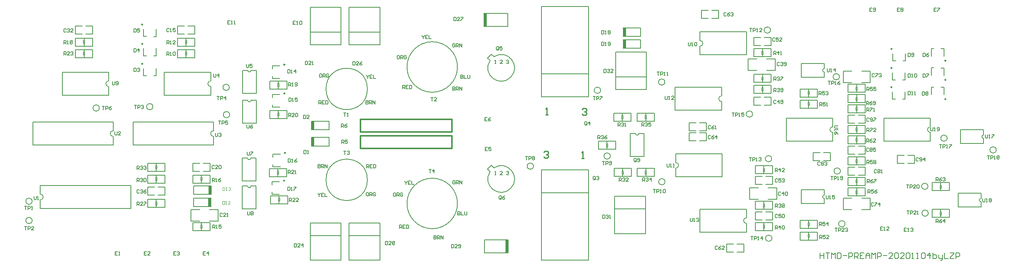
<source format=gto>
G04 Layer_Color=65535*
%FSLAX25Y25*%
%MOIN*%
G70*
G01*
G75*
%ADD67C,0.00500*%
%ADD68C,0.00787*%
%ADD69C,0.00600*%
%ADD70C,0.00984*%
%ADD71C,0.01181*%
%ADD72C,0.00400*%
%ADD73C,0.01000*%
%ADD74C,0.00591*%
%ADD75R,0.03150X0.11024*%
%ADD76R,0.03150X0.07480*%
D67*
X308748Y153150D02*
G03*
X308748Y153150I-18000J0D01*
G01*
X387256Y172244D02*
G03*
X387256Y172244I-22000J0D01*
G01*
X23905Y56496D02*
G03*
X23905Y61496I0J2500D01*
G01*
X174686Y116735D02*
G03*
X174686Y111735I0J-2500D01*
G01*
X204488Y143347D02*
G03*
X207488Y143347I1500J0D01*
G01*
X83453Y160236D02*
G03*
X83453Y155236I0J-2500D01*
G01*
X843340Y57778D02*
G03*
X843340Y54778I0J-1500D01*
G01*
X706793Y60662D02*
G03*
X706793Y57662I0J-1500D01*
G01*
Y170807D02*
G03*
X706793Y167807I0J-1500D01*
G01*
X204488Y169429D02*
G03*
X207488Y169429I1500J0D01*
G01*
X204291Y92953D02*
G03*
X207291Y92953I1500J0D01*
G01*
X204390Y68543D02*
G03*
X207390Y68543I1500J0D01*
G01*
X714137Y120195D02*
G03*
X714137Y115195I0J-2500D01*
G01*
X638957Y40925D02*
G03*
X638957Y35925I0J-2500D01*
G01*
X617331Y147126D02*
G03*
X617331Y142126I0J-2500D01*
G01*
X577323Y83988D02*
G03*
X577323Y88988I0J2500D01*
G01*
X598457Y190354D02*
G03*
X598457Y195354I0J2500D01*
G01*
X172300Y160236D02*
G03*
X172300Y155236I0J-2500D01*
G01*
X845558Y113026D02*
G03*
X845558Y110026I0J-1500D01*
G01*
X799177Y120195D02*
G03*
X799177Y115195I0J-2500D01*
G01*
X387256Y53347D02*
G03*
X387256Y53347I-22000J0D01*
G01*
X542283Y114311D02*
G03*
X545283Y114311I1500J0D01*
G01*
X87285Y116735D02*
G03*
X87285Y111735I0J-2500D01*
G01*
X308748Y73917D02*
G03*
X308748Y73917I-18000J0D01*
G01*
X460307Y82604D02*
X501307D01*
Y4104D02*
Y82604D01*
X460307Y4104D02*
X501307D01*
X460307D02*
Y82604D01*
Y62604D02*
X501307D01*
X460307Y166307D02*
X501307D01*
Y146307D02*
Y224807D01*
X460307D02*
X501307D01*
X460307Y146307D02*
Y224807D01*
Y146307D02*
X501307D01*
X259006Y3796D02*
X285778D01*
X259006D02*
Y36296D01*
X259006D02*
X285778D01*
X285778Y3796D02*
Y36296D01*
X259006Y25296D02*
X285778D01*
X23905Y48996D02*
X102905D01*
Y68996D01*
X23905D02*
X102905D01*
X23905Y61496D02*
Y68996D01*
Y48996D02*
Y56496D01*
X104686Y124235D02*
X174686D01*
X104686Y104235D02*
Y124235D01*
Y104235D02*
X174686D01*
Y111735D01*
Y116735D02*
Y124235D01*
X199988Y123346D02*
Y143347D01*
Y123346D02*
X211988D01*
Y143347D01*
X207488D02*
X211988D01*
X199988D02*
X204488D01*
X42953Y167736D02*
X83453D01*
X42953Y147736D02*
Y167736D01*
Y147736D02*
X83453D01*
Y155236D01*
Y160236D02*
Y167736D01*
X155138Y48110D02*
X162638D01*
X155138Y38110D02*
X162638D01*
X171138D02*
X178638D01*
X171138Y48110D02*
X178638D01*
X155138Y38110D02*
Y48110D01*
X178638Y38110D02*
Y48110D01*
X117339Y50043D02*
Y57043D01*
X132339Y50043D02*
Y57043D01*
X117339D02*
X132339D01*
X117339Y50043D02*
X132339D01*
X124839D02*
Y52043D01*
X124339D02*
X125339D01*
X124839Y54543D02*
Y57043D01*
X124339Y54543D02*
X125339D01*
Y52043D02*
Y54543D01*
X124339Y52043D02*
Y54543D01*
X132339Y60476D02*
Y67476D01*
X117339Y60476D02*
Y67476D01*
X126339D02*
X132339D01*
X126339Y60476D02*
X132339D01*
X117339D02*
X123339D01*
X117339Y67476D02*
X123339D01*
X259006Y202757D02*
X285778D01*
X259006Y191757D02*
Y224257D01*
X259006Y191757D02*
X285778D01*
X285778D02*
Y224257D01*
X259006D02*
X285778D01*
X132339Y81343D02*
Y88342D01*
X117339Y81343D02*
Y88342D01*
Y81343D02*
X132339D01*
X117339Y88342D02*
X132339D01*
X124839Y86343D02*
Y88342D01*
X124339Y86343D02*
X125339D01*
X124839Y81343D02*
Y83842D01*
X124339D02*
X125339D01*
X124339D02*
Y86343D01*
X125339Y83842D02*
Y86343D01*
X132339Y70910D02*
Y77909D01*
X117339Y70910D02*
Y77909D01*
Y70910D02*
X132339D01*
X117339Y77909D02*
X132339D01*
X124839Y75910D02*
Y77909D01*
X124339Y75910D02*
X125339D01*
X124839Y70910D02*
Y73409D01*
X124339D02*
X125339D01*
X124339D02*
Y75910D01*
X125339Y73409D02*
Y75910D01*
X723346Y158762D02*
Y168762D01*
X746846Y158762D02*
Y168762D01*
X723346Y158762D02*
X730846D01*
X723346Y168762D02*
X730846D01*
X739346D02*
X746846D01*
X739346Y158762D02*
X746846D01*
X171638Y29571D02*
Y36571D01*
X156638Y29571D02*
Y36571D01*
Y29571D02*
X171638D01*
X156638Y36571D02*
X171638D01*
X164138Y34571D02*
Y36571D01*
X163638Y34571D02*
X164638D01*
X164138Y29571D02*
Y32071D01*
X163638D02*
X164638D01*
X163638D02*
Y34571D01*
X164638Y32071D02*
Y34571D01*
X171638Y81343D02*
Y88342D01*
X156638Y81343D02*
Y88342D01*
X165638D02*
X171638D01*
X165638Y81343D02*
X171638D01*
X156638D02*
X162638D01*
X156638Y88342D02*
X162638D01*
X171638Y71008D02*
Y78008D01*
X156638Y71008D02*
Y78008D01*
Y71008D02*
X171638D01*
X156638Y78008D02*
X171638D01*
X164138Y76008D02*
Y78008D01*
X163638Y76008D02*
X164638D01*
X164138Y71008D02*
Y73508D01*
X163638D02*
X164638D01*
X163638D02*
Y76008D01*
X164638Y73508D02*
Y76008D01*
X657835Y56910D02*
X665335D01*
X657835Y66909D02*
X665335D01*
X641835D02*
X649335D01*
X641835Y56910D02*
X649335D01*
X665335D02*
Y66909D01*
X641835Y56910D02*
Y66909D01*
X656555Y169213D02*
X664055D01*
X656555Y179213D02*
X664055D01*
X640555D02*
X648055D01*
X640555Y169213D02*
X648055D01*
X664055D02*
Y179213D01*
X640555Y169213D02*
Y179213D01*
X823340Y62278D02*
X843340D01*
X823340Y50278D02*
Y62278D01*
Y50278D02*
X843340D01*
Y54778D01*
Y57778D02*
Y62278D01*
X686793Y65162D02*
X706793D01*
X686793Y53162D02*
Y65162D01*
Y53162D02*
X706793D01*
Y57662D01*
Y60662D02*
Y65162D01*
X686793Y175307D02*
X706793D01*
X686793Y163307D02*
Y175307D01*
Y163307D02*
X706793D01*
Y167807D01*
Y170807D02*
Y175307D01*
X199988Y149429D02*
Y169429D01*
Y149429D02*
X211988D01*
Y169429D01*
X207488D02*
X211988D01*
X199988D02*
X204488D01*
X199791Y72953D02*
Y92953D01*
Y72953D02*
X211791D01*
Y92953D01*
X207291D02*
X211791D01*
X199791D02*
X204291D01*
X199890Y48543D02*
Y68543D01*
Y48543D02*
X211890D01*
Y68543D01*
X207390D02*
X211890D01*
X199890D02*
X204390D01*
X785374Y88313D02*
Y95313D01*
X770374Y88313D02*
Y95313D01*
X779374D02*
X785374D01*
X779374Y88313D02*
X785374D01*
X770374D02*
X776374D01*
X770374Y95313D02*
X776374D01*
X727504Y96128D02*
Y103128D01*
X742504Y96128D02*
Y103128D01*
X727504Y96128D02*
X733504D01*
X727504Y103128D02*
X733504D01*
X736504D02*
X742504D01*
X736504Y96128D02*
X742504D01*
X646697Y69925D02*
Y76925D01*
X661697Y69925D02*
Y76925D01*
X646697Y69925D02*
X652697D01*
X646697Y76925D02*
X652697D01*
X655697D02*
X661697D01*
X655697Y69925D02*
X661697D01*
X645417Y191087D02*
Y198087D01*
X660417Y191087D02*
Y198087D01*
X645417Y191087D02*
X651417D01*
X645417Y198087D02*
X651417D01*
X654417D02*
X660417D01*
X654417Y191087D02*
X660417D01*
X661697Y38921D02*
Y45921D01*
X646697Y38921D02*
Y45921D01*
X655697D02*
X661697D01*
X655697Y38921D02*
X661697D01*
X646697D02*
X652697D01*
X646697Y45921D02*
X652697D01*
X660516Y139020D02*
Y146020D01*
X645516Y139020D02*
Y146020D01*
X654516D02*
X660516D01*
X654516Y139020D02*
X660516D01*
X645516D02*
X651516D01*
X645516Y146020D02*
X651516D01*
X712137Y90693D02*
Y97693D01*
X697137Y90693D02*
Y97693D01*
X706137D02*
X712137D01*
X706137Y90693D02*
X712137D01*
X697137D02*
X703137D01*
X697137Y97693D02*
X703137D01*
X143323Y200929D02*
Y207929D01*
X158323Y200929D02*
Y207929D01*
X143323Y200929D02*
X149323D01*
X143323Y207929D02*
X149323D01*
X152323D02*
X158323D01*
X152323Y200929D02*
X158323D01*
X54453D02*
Y207929D01*
X69453Y200929D02*
Y207929D01*
X54453Y200929D02*
X60453D01*
X54453Y207929D02*
X60453D01*
X63453D02*
X69453D01*
X63453Y200929D02*
X69453D01*
X800606Y64574D02*
Y71574D01*
X815606Y64574D02*
Y71574D01*
X800606D02*
X815606D01*
X800606Y64574D02*
X815606D01*
X808106D02*
Y66574D01*
X807606D02*
X808606D01*
X808106Y69074D02*
Y71574D01*
X807606Y69074D02*
X808606D01*
Y66574D02*
Y69074D01*
X807606Y66574D02*
Y69074D01*
X800606Y41365D02*
Y48365D01*
X815606Y41365D02*
Y48365D01*
X800606D02*
X815606D01*
X800606Y41365D02*
X815606D01*
X808106D02*
Y43365D01*
X807606D02*
X808606D01*
X808106Y45865D02*
Y48365D01*
X807606Y45865D02*
X808606D01*
Y43365D02*
Y45865D01*
X807606Y43365D02*
Y45865D01*
X523736Y77012D02*
Y84012D01*
X538736Y77012D02*
Y84012D01*
X523736D02*
X538736D01*
X523736Y77012D02*
X538736D01*
X531236D02*
Y79012D01*
X530736D02*
X531736D01*
X531236Y81512D02*
Y84012D01*
X530736Y81512D02*
X531736D01*
Y79012D02*
Y81512D01*
X530736Y79012D02*
Y81512D01*
X543783Y77012D02*
Y84012D01*
X558783Y77012D02*
Y84012D01*
X543783D02*
X558783D01*
X543783Y77012D02*
X558783D01*
X551283D02*
Y79012D01*
X550783D02*
X551783D01*
X551283Y81512D02*
Y84012D01*
X550783Y81512D02*
X551783D01*
Y79012D02*
Y81512D01*
X550783Y79012D02*
Y81512D01*
X558783Y124846D02*
Y131846D01*
X543783Y124846D02*
Y131846D01*
Y124846D02*
X558783D01*
X543783Y131846D02*
X558783D01*
X551283Y129847D02*
Y131846D01*
X550783Y129847D02*
X551783D01*
X551283Y124846D02*
Y127347D01*
X550783D02*
X551783D01*
X550783D02*
Y129847D01*
X551783Y127347D02*
Y129847D01*
X509957Y100732D02*
Y107732D01*
X524957Y100732D02*
Y107732D01*
X509957D02*
X524957D01*
X509957Y100732D02*
X524957D01*
X517457D02*
Y102732D01*
X516957D02*
X517957D01*
X517457Y105232D02*
Y107732D01*
X516957Y105232D02*
X517957D01*
Y102732D02*
Y105232D01*
X516957Y102732D02*
Y105232D01*
X727504Y60065D02*
Y67065D01*
X742504Y60065D02*
Y67065D01*
X727504D02*
X742504D01*
X727504Y60065D02*
X742504D01*
X735004D02*
Y62065D01*
X734504D02*
X735504D01*
X735004Y64565D02*
Y67065D01*
X734504Y64565D02*
X735504D01*
Y62065D02*
Y64565D01*
X734504Y62065D02*
Y64565D01*
X727504Y150223D02*
Y157223D01*
X742504Y150223D02*
Y157223D01*
X727504D02*
X742504D01*
X727504Y150223D02*
X742504D01*
X735004D02*
Y152223D01*
X734504D02*
X735504D01*
X735004Y154723D02*
Y157223D01*
X734504Y154723D02*
X735504D01*
Y152223D02*
Y154723D01*
X734504Y152223D02*
Y154723D01*
X700673Y31539D02*
Y38539D01*
X685673Y31539D02*
Y38539D01*
Y31539D02*
X700673D01*
X685673Y38539D02*
X700673D01*
X693173Y36539D02*
Y38539D01*
X692673Y36539D02*
X693673D01*
X693173Y31539D02*
Y34039D01*
X692673D02*
X693673D01*
X692673D02*
Y36539D01*
X693673Y34039D02*
Y36539D01*
X700673Y146008D02*
Y153008D01*
X685673Y146008D02*
Y153008D01*
Y146008D02*
X700673D01*
X685673Y153008D02*
X700673D01*
X693173Y151008D02*
Y153008D01*
X692673Y151008D02*
X693673D01*
X693173Y146008D02*
Y148508D01*
X692673D02*
X693673D01*
X692673D02*
Y151008D01*
X693673Y148508D02*
Y151008D01*
X700673Y21303D02*
Y28303D01*
X685673Y21303D02*
Y28303D01*
Y21303D02*
X700673D01*
X685673Y28303D02*
X700673D01*
X693173Y26303D02*
Y28303D01*
X692673Y26303D02*
X693673D01*
X693173Y21303D02*
Y23803D01*
X692673D02*
X693673D01*
X692673D02*
Y26303D01*
X693673Y23803D02*
Y26303D01*
X646697Y79177D02*
Y86177D01*
X661697Y79177D02*
Y86177D01*
X646697D02*
X661697D01*
X646697Y79177D02*
X661697D01*
X654197D02*
Y81177D01*
X653697D02*
X654697D01*
X654197Y83677D02*
Y86177D01*
X653697Y83677D02*
X654697D01*
Y81177D02*
Y83677D01*
X653697Y81177D02*
Y83677D01*
X645417Y181342D02*
Y188342D01*
X660417Y181342D02*
Y188342D01*
X645417D02*
X660417D01*
X645417Y181342D02*
X660417D01*
X652917D02*
Y183343D01*
X652417D02*
X653417D01*
X652917Y185843D02*
Y188342D01*
X652417Y185843D02*
X653417D01*
Y183343D02*
Y185843D01*
X652417Y183343D02*
Y185843D01*
X646697Y48272D02*
Y55272D01*
X661697Y48272D02*
Y55272D01*
X646697D02*
X661697D01*
X646697Y48272D02*
X661697D01*
X654197D02*
Y50272D01*
X653697D02*
X654697D01*
X654197Y52772D02*
Y55272D01*
X653697Y52772D02*
X654697D01*
Y50272D02*
Y52772D01*
X653697Y50272D02*
Y52772D01*
X645516Y158902D02*
Y165902D01*
X660516Y158902D02*
Y165902D01*
X645516D02*
X660516D01*
X645516Y158902D02*
X660516D01*
X653016D02*
Y160902D01*
X652516D02*
X653516D01*
X653016Y163402D02*
Y165902D01*
X652516Y163402D02*
X653516D01*
Y160902D02*
Y163402D01*
X652516Y160902D02*
Y163402D01*
X660516Y149256D02*
Y156256D01*
X645516Y149256D02*
Y156256D01*
Y149256D02*
X660516D01*
X645516Y156256D02*
X660516D01*
X653016Y154256D02*
Y156256D01*
X652516Y154256D02*
X653516D01*
X653016Y149256D02*
Y151756D01*
X652516D02*
X653516D01*
X652516D02*
Y154256D01*
X653516Y151756D02*
Y154256D01*
X661697Y29472D02*
Y36472D01*
X646697Y29472D02*
Y36472D01*
Y29472D02*
X661697D01*
X646697Y36472D02*
X661697D01*
X654197Y34472D02*
Y36472D01*
X653697Y34472D02*
X654697D01*
X654197Y29472D02*
Y31972D01*
X653697D02*
X654697D01*
X653697D02*
Y34472D01*
X654697Y31972D02*
Y34472D01*
X158300Y180358D02*
Y187358D01*
X143300Y180358D02*
Y187358D01*
Y180358D02*
X158300D01*
X143300Y187358D02*
X158300D01*
X150800Y185358D02*
Y187358D01*
X150300Y185358D02*
X151300D01*
X150800Y180358D02*
Y182858D01*
X150300D02*
X151300D01*
X150300D02*
Y185358D01*
X151300Y182858D02*
Y185358D01*
X158350Y190398D02*
Y197398D01*
X143350Y190398D02*
Y197398D01*
Y190398D02*
X158350D01*
X143350Y197398D02*
X158350D01*
X150850Y195398D02*
Y197398D01*
X150350Y195398D02*
X151350D01*
X150850Y190398D02*
Y192898D01*
X150350D02*
X151350D01*
X150350D02*
Y195398D01*
X151350Y192898D02*
Y195398D01*
X69453Y190398D02*
Y197398D01*
X54453Y190398D02*
Y197398D01*
Y190398D02*
X69453D01*
X54453Y197398D02*
X69453D01*
X61953Y195398D02*
Y197398D01*
X61453Y195398D02*
X62453D01*
X61953Y190398D02*
Y192898D01*
X61453D02*
X62453D01*
X61453D02*
Y195398D01*
X62453Y192898D02*
Y195398D01*
X69453Y180358D02*
Y187358D01*
X54453Y180358D02*
Y187358D01*
Y180358D02*
X69453D01*
X54453Y187358D02*
X69453D01*
X61953Y185358D02*
Y187358D01*
X61453Y185358D02*
X62453D01*
X61953Y180358D02*
Y182858D01*
X61453D02*
X62453D01*
X61453D02*
Y185358D01*
X62453Y182858D02*
Y185358D01*
X292815Y224257D02*
X319587D01*
Y191757D02*
Y224257D01*
X292815Y191757D02*
X319587D01*
X292815D02*
Y224257D01*
X292815Y202757D02*
X319587D01*
X524220Y27045D02*
X550992D01*
X524220D02*
Y59545D01*
X524220D02*
X550992D01*
X550992Y27045D02*
Y59545D01*
X524220Y48545D02*
X550992D01*
X608622Y214589D02*
X614622D01*
X608622Y221589D02*
X614622D01*
X599622D02*
X605622D01*
X599622Y214589D02*
X605622D01*
X614622D02*
Y221589D01*
X599622Y214589D02*
Y221589D01*
X589020Y123579D02*
X595020D01*
X589020Y116579D02*
X595020D01*
X598020D02*
X604020D01*
X598020Y123579D02*
X604020D01*
X589020Y116579D02*
Y123579D01*
X604020Y116579D02*
Y123579D01*
X598020Y107917D02*
X604020D01*
X598020Y114917D02*
X604020D01*
X589020D02*
X595020D01*
X589020Y107917D02*
X595020D01*
X604020D02*
Y114917D01*
X589020Y107917D02*
Y114917D01*
X621906Y18067D02*
X627906D01*
X621906Y11067D02*
X627906D01*
X630906D02*
X636906D01*
X630906Y18067D02*
X636906D01*
X621906Y11067D02*
Y18067D01*
X636906Y11067D02*
Y18067D01*
X693673Y138862D02*
Y141362D01*
X692673Y138862D02*
Y141362D01*
Y138862D02*
X693673D01*
X693173Y136362D02*
Y138862D01*
X692673Y141362D02*
X693673D01*
X693173D02*
Y143362D01*
X685673D02*
X700673D01*
X685673Y136362D02*
X700673D01*
X685673D02*
Y143362D01*
X700673Y136362D02*
Y143362D01*
X734504Y89113D02*
Y91613D01*
X735504Y89113D02*
Y91613D01*
X734504D02*
X735504D01*
X735004D02*
Y94113D01*
X734504Y89113D02*
X735504D01*
X735004Y87113D02*
Y89113D01*
X727504Y87113D02*
X742504D01*
X727504Y94113D02*
X742504D01*
Y87113D02*
Y94113D01*
X727504Y87113D02*
Y94113D01*
Y85097D02*
X733504D01*
X727504Y78097D02*
X733504D01*
X736504D02*
X742504D01*
X736504Y85097D02*
X742504D01*
X727504Y78097D02*
Y85097D01*
X742504Y78097D02*
Y85097D01*
X735504Y107644D02*
Y110144D01*
X734504Y107644D02*
Y110144D01*
Y107644D02*
X735504D01*
X735004Y105144D02*
Y107644D01*
X734504Y110144D02*
X735504D01*
X735004D02*
Y112144D01*
X727504D02*
X742504D01*
X727504Y105144D02*
X742504D01*
X727504D02*
Y112144D01*
X742504Y105144D02*
Y112144D01*
X735504Y134691D02*
Y137191D01*
X734504Y134691D02*
Y137191D01*
Y134691D02*
X735504D01*
X735004Y132191D02*
Y134691D01*
X734504Y137191D02*
X735504D01*
X735004D02*
Y139191D01*
X727504D02*
X742504D01*
X727504Y132191D02*
X742504D01*
X727504D02*
Y139191D01*
X742504Y132191D02*
Y139191D01*
X735504Y71581D02*
Y74081D01*
X734504Y71581D02*
Y74081D01*
Y71581D02*
X735504D01*
X735004Y69081D02*
Y71581D01*
X734504Y74081D02*
X735504D01*
X735004D02*
Y76081D01*
X727504D02*
X742504D01*
X727504Y69081D02*
X742504D01*
X727504D02*
Y76081D01*
X742504Y69081D02*
Y76081D01*
X734504Y143207D02*
Y145707D01*
X735504Y143207D02*
Y145707D01*
X734504D02*
X735504D01*
X735004D02*
Y148207D01*
X734504Y143207D02*
X735504D01*
X735004Y141207D02*
Y143207D01*
X727504Y141207D02*
X742504D01*
X727504Y148207D02*
X742504D01*
Y141207D02*
Y148207D01*
X727504Y141207D02*
Y148207D01*
X232256Y55594D02*
Y58095D01*
X231256Y55594D02*
Y58095D01*
Y55594D02*
X232256D01*
X231756Y53095D02*
Y55594D01*
X231256Y58095D02*
X232256D01*
X231756D02*
Y60094D01*
X224256D02*
X239256D01*
X224256Y53095D02*
X239256D01*
X224256D02*
Y60094D01*
X239256Y53095D02*
Y60094D01*
X231736Y155398D02*
Y157898D01*
X230736Y155398D02*
Y157898D01*
Y155398D02*
X231736D01*
X231236Y152898D02*
Y155398D01*
X230736Y157898D02*
X231736D01*
X231236D02*
Y159898D01*
X223736D02*
X238736D01*
X223736Y152898D02*
X238736D01*
X223736D02*
Y159898D01*
X238736Y152898D02*
Y159898D01*
X231343Y79118D02*
Y81618D01*
X230343Y79118D02*
Y81618D01*
Y79118D02*
X231343D01*
X230842Y76618D02*
Y79118D01*
X230343Y81618D02*
X231343D01*
X230842D02*
Y83618D01*
X223342D02*
X238342D01*
X223342Y76618D02*
X238342D01*
X223342D02*
Y83618D01*
X238342Y76618D02*
Y83618D01*
X231638Y129807D02*
Y132307D01*
X230638Y129807D02*
Y132307D01*
Y129807D02*
X231638D01*
X231138Y127307D02*
Y129807D01*
X230638Y132307D02*
X231638D01*
X231138D02*
Y134307D01*
X223638D02*
X238638D01*
X223638Y127307D02*
X238638D01*
X223638D02*
Y134307D01*
X238638Y127307D02*
Y134307D01*
X531272Y127347D02*
Y129847D01*
X530272Y127347D02*
Y129847D01*
Y127347D02*
X531272D01*
X530772Y124846D02*
Y127347D01*
X530272Y129847D02*
X531272D01*
X530772D02*
Y131846D01*
X523272D02*
X538272D01*
X523272Y124846D02*
X538272D01*
X523272D02*
Y131846D01*
X538272Y124846D02*
Y131846D01*
X673637Y127695D02*
X714137D01*
X673637Y107695D02*
Y127695D01*
Y107695D02*
X714137D01*
Y115195D01*
Y120195D02*
Y127695D01*
X638957Y40925D02*
Y48425D01*
Y28425D02*
Y35925D01*
X598457Y28425D02*
X638957D01*
X598457D02*
Y48425D01*
X638957D01*
X576831Y154626D02*
X617331D01*
X576831Y134626D02*
Y154626D01*
Y134626D02*
X617331D01*
Y142126D01*
Y147126D02*
Y154626D01*
X577323Y76488D02*
Y83988D01*
Y88988D02*
Y96488D01*
X617823D01*
Y76488D02*
Y96488D01*
X577323Y76488D02*
X617823D01*
X598457Y182854D02*
X638957D01*
Y202854D01*
X598457D02*
X638957D01*
X598457Y195354D02*
Y202854D01*
Y182854D02*
Y190354D01*
X172300Y160236D02*
Y167736D01*
Y147736D02*
Y155236D01*
X131800Y147736D02*
X172300D01*
X131800D02*
Y167736D01*
X172300D01*
X525007Y185271D02*
X551779D01*
Y152771D02*
Y185271D01*
X525007Y152771D02*
X551779D01*
X525007D02*
Y185271D01*
X525007Y163771D02*
X551779D01*
X742504Y114160D02*
Y121160D01*
X727504Y114160D02*
Y121160D01*
Y114160D02*
X742504D01*
X727504Y121160D02*
X742504D01*
X735004Y119160D02*
Y121160D01*
X734504Y119160D02*
X735504D01*
X735004Y114160D02*
Y116660D01*
X734504D02*
X735504D01*
X734504D02*
Y119160D01*
X735504Y116660D02*
Y119160D01*
X742504Y123176D02*
Y130175D01*
X727504Y123176D02*
Y130175D01*
X736504D02*
X742504D01*
X736504Y123176D02*
X742504D01*
X727504D02*
X733504D01*
X727504Y130175D02*
X733504D01*
X845558Y113026D02*
Y117526D01*
Y105526D02*
Y110026D01*
X825558Y105526D02*
X845558D01*
X825558D02*
Y117526D01*
X845558D01*
X758677Y127695D02*
X799177D01*
X758677Y107695D02*
Y127695D01*
Y107695D02*
X799177D01*
Y115195D01*
Y120195D02*
Y127695D01*
X537783Y114311D02*
X542283D01*
X545283D02*
X549783D01*
Y94311D02*
Y114311D01*
X537783Y94311D02*
X549783D01*
X537783D02*
Y114311D01*
X739346Y48034D02*
X746846D01*
X739346Y58034D02*
X746846D01*
X723346D02*
X730846D01*
X723346Y48034D02*
X730846D01*
X746846D02*
Y58034D01*
X723346Y48034D02*
Y58034D01*
X17285Y124235D02*
X87285D01*
X17285Y104235D02*
Y124235D01*
Y104235D02*
X87285D01*
Y111735D01*
Y116735D02*
Y124235D01*
X292815Y3796D02*
X319587D01*
X292815D02*
Y36296D01*
X292815D02*
X319587D01*
X319587Y3796D02*
Y36296D01*
X292815Y25296D02*
X319587D01*
X499932Y122226D02*
Y124226D01*
X499433Y124725D01*
X498433D01*
X497933Y124226D01*
Y122226D01*
X498433Y121726D01*
X499433D01*
X498933Y122726D02*
X499932Y121726D01*
X499433D02*
X499932Y122226D01*
X502432Y121726D02*
Y124725D01*
X500932Y123226D01*
X502931D01*
X712303Y77093D02*
X714302D01*
X713303D01*
Y74094D01*
X715302D02*
Y77093D01*
X716802D01*
X717302Y76594D01*
Y75594D01*
X716802Y75094D01*
X715302D01*
X718301Y74094D02*
X719301D01*
X718801D01*
Y77093D01*
X718301Y76594D01*
X720800Y74594D02*
X721300Y74094D01*
X722300D01*
X722800Y74594D01*
Y76594D01*
X722300Y77093D01*
X721300D01*
X720800Y76594D01*
Y76094D01*
X721300Y75594D01*
X722800D01*
X792618Y166171D02*
Y163172D01*
X794118D01*
X794618Y163672D01*
Y165671D01*
X794118Y166171D01*
X792618D01*
X795617D02*
X797616D01*
Y165671D01*
X795617Y163672D01*
Y163172D01*
X110070Y64802D02*
X109570Y65302D01*
X108571D01*
X108071Y64802D01*
Y62803D01*
X108571Y62303D01*
X109570D01*
X110070Y62803D01*
X111070Y64802D02*
X111570Y65302D01*
X112569D01*
X113069Y64802D01*
Y64302D01*
X112569Y63803D01*
X112070D01*
X112569D01*
X113069Y63303D01*
Y62803D01*
X112569Y62303D01*
X111570D01*
X111070Y62803D01*
X116068Y65302D02*
X115069Y64802D01*
X114069Y63803D01*
Y62803D01*
X114569Y62303D01*
X115568D01*
X116068Y62803D01*
Y63303D01*
X115568Y63803D01*
X114069D01*
X108071Y51476D02*
Y54475D01*
X109570D01*
X110070Y53976D01*
Y52976D01*
X109570Y52476D01*
X108071D01*
X109071D02*
X110070Y51476D01*
X113069D02*
X111070D01*
X113069Y53476D01*
Y53976D01*
X112569Y54475D01*
X111570D01*
X111070Y53976D01*
X114069Y54475D02*
X116068D01*
Y53976D01*
X114069Y51976D01*
Y51476D01*
X108071Y72244D02*
Y75243D01*
X109570D01*
X110070Y74743D01*
Y73744D01*
X109570Y73244D01*
X108071D01*
X109071D02*
X110070Y72244D01*
X111070Y74743D02*
X111570Y75243D01*
X112569D01*
X113069Y74743D01*
Y74243D01*
X112569Y73744D01*
X112070D01*
X112569D01*
X113069Y73244D01*
Y72744D01*
X112569Y72244D01*
X111570D01*
X111070Y72744D01*
X114069Y74743D02*
X114569Y75243D01*
X115568D01*
X116068Y74743D01*
Y72744D01*
X115568Y72244D01*
X114569D01*
X114069Y72744D01*
Y74743D01*
X108071Y82972D02*
Y85971D01*
X109570D01*
X110070Y85472D01*
Y84472D01*
X109570Y83972D01*
X108071D01*
X109071D02*
X110070Y82972D01*
X111070Y85472D02*
X111570Y85971D01*
X112569D01*
X113069Y85472D01*
Y84972D01*
X112569Y84472D01*
X112070D01*
X112569D01*
X113069Y83972D01*
Y83472D01*
X112569Y82972D01*
X111570D01*
X111070Y83472D01*
X114069Y85472D02*
X114569Y85971D01*
X115568D01*
X116068Y85472D01*
Y84972D01*
X115568Y84472D01*
X115069D01*
X115568D01*
X116068Y83972D01*
Y83472D01*
X115568Y82972D01*
X114569D01*
X114069Y83472D01*
X173622Y72342D02*
Y75341D01*
X175122D01*
X175621Y74842D01*
Y73842D01*
X175122Y73342D01*
X173622D01*
X174622D02*
X175621Y72342D01*
X176621D02*
X177621D01*
X177121D01*
Y75341D01*
X176621Y74842D01*
X181120Y75341D02*
X180120Y74842D01*
X179120Y73842D01*
Y72842D01*
X179620Y72342D01*
X180620D01*
X181120Y72842D01*
Y73342D01*
X180620Y73842D01*
X179120D01*
X174016Y31693D02*
Y34692D01*
X175515D01*
X176015Y34192D01*
Y33192D01*
X175515Y32693D01*
X174016D01*
X175015D02*
X176015Y31693D01*
X177015D02*
X178015D01*
X177515D01*
Y34692D01*
X177015Y34192D01*
X181513Y34692D02*
X179514D01*
Y33192D01*
X180514Y33692D01*
X181014D01*
X181513Y33192D01*
Y32193D01*
X181014Y31693D01*
X180014D01*
X179514Y32193D01*
X182511Y44330D02*
X182011Y44830D01*
X181012D01*
X180512Y44330D01*
Y42331D01*
X181012Y41831D01*
X182011D01*
X182511Y42331D01*
X185510Y41831D02*
X183511D01*
X185510Y43830D01*
Y44330D01*
X185010Y44830D01*
X184011D01*
X183511Y44330D01*
X186510Y41831D02*
X187510D01*
X187010D01*
Y44830D01*
X186510Y44330D01*
X175326Y85964D02*
X174826Y86464D01*
X173827D01*
X173327Y85964D01*
Y83964D01*
X173827Y83465D01*
X174826D01*
X175326Y83964D01*
X178325Y83465D02*
X176326D01*
X178325Y85464D01*
Y85964D01*
X177825Y86464D01*
X176826D01*
X176326Y85964D01*
X179325D02*
X179825Y86464D01*
X180824D01*
X181324Y85964D01*
Y83964D01*
X180824Y83465D01*
X179825D01*
X179325Y83964D01*
Y85964D01*
X561221Y167842D02*
X563220D01*
X562220D01*
Y164843D01*
X564220D02*
Y167842D01*
X565719D01*
X566219Y167342D01*
Y166343D01*
X565719Y165843D01*
X564220D01*
X567218Y164843D02*
X568218D01*
X567718D01*
Y167842D01*
X567218Y167342D01*
X569718Y164843D02*
X570717D01*
X570218D01*
Y167842D01*
X569718Y167342D01*
X86715Y159493D02*
Y156994D01*
X87214Y156494D01*
X88214D01*
X88714Y156994D01*
Y159493D01*
X89714Y156994D02*
X90213Y156494D01*
X91213D01*
X91713Y156994D01*
Y158994D01*
X91213Y159493D01*
X90213D01*
X89714Y158994D01*
Y158494D01*
X90213Y157994D01*
X91713D01*
X203839Y121798D02*
Y119299D01*
X204338Y118799D01*
X205338D01*
X205838Y119299D01*
Y121798D01*
X208837D02*
X207837Y121298D01*
X206838Y120299D01*
Y119299D01*
X207337Y118799D01*
X208337D01*
X208837Y119299D01*
Y119799D01*
X208337Y120299D01*
X206838D01*
X204331Y46208D02*
Y43709D01*
X204831Y43209D01*
X205830D01*
X206330Y43709D01*
Y46208D01*
X207330Y45708D02*
X207830Y46208D01*
X208829D01*
X209329Y45708D01*
Y45208D01*
X208829Y44708D01*
X209329Y44208D01*
Y43709D01*
X208829Y43209D01*
X207830D01*
X207330Y43709D01*
Y44208D01*
X207830Y44708D01*
X207330Y45208D01*
Y45708D01*
X207830Y44708D02*
X208829D01*
X204232Y98373D02*
Y95874D01*
X204732Y95374D01*
X205732D01*
X206232Y95874D01*
Y98373D01*
X207231D02*
X209231D01*
Y97873D01*
X207231Y95874D01*
Y95374D01*
X203346Y174751D02*
Y172252D01*
X203846Y171752D01*
X204846D01*
X205346Y172252D01*
Y174751D01*
X208345D02*
X206346D01*
Y173251D01*
X207345Y173751D01*
X207845D01*
X208345Y173251D01*
Y172252D01*
X207845Y171752D01*
X206845D01*
X206346Y172252D01*
X174803Y166385D02*
Y163886D01*
X175303Y163386D01*
X176303D01*
X176803Y163886D01*
Y166385D01*
X179302Y163386D02*
Y166385D01*
X177802Y164885D01*
X179801D01*
X176279Y114712D02*
Y112212D01*
X176779Y111713D01*
X177779D01*
X178279Y112212D01*
Y114712D01*
X179279Y114212D02*
X179778Y114712D01*
X180778D01*
X181278Y114212D01*
Y113712D01*
X180778Y113212D01*
X180278D01*
X180778D01*
X181278Y112712D01*
Y112212D01*
X180778Y111713D01*
X179778D01*
X179279Y112212D01*
X88779Y115794D02*
Y113295D01*
X89279Y112795D01*
X90279D01*
X90779Y113295D01*
Y115794D01*
X93778Y112795D02*
X91779D01*
X93778Y114795D01*
Y115295D01*
X93278Y115794D01*
X92278D01*
X91779Y115295D01*
X18280Y59704D02*
Y57204D01*
X18779Y56705D01*
X19779D01*
X20279Y57204D01*
Y59704D01*
X21279Y56705D02*
X22278D01*
X21779D01*
Y59704D01*
X21279Y59204D01*
X513484Y90105D02*
X515484D01*
X514484D01*
Y87106D01*
X516483D02*
Y90105D01*
X517983D01*
X518483Y89605D01*
Y88606D01*
X517983Y88106D01*
X516483D01*
X519482Y87606D02*
X519982Y87106D01*
X520982D01*
X521482Y87606D01*
Y89605D01*
X520982Y90105D01*
X519982D01*
X519482Y89605D01*
Y89106D01*
X519982Y88606D01*
X521482D01*
X77812Y138022D02*
X79811D01*
X78811D01*
Y135023D01*
X80811D02*
Y138022D01*
X82310D01*
X82810Y137522D01*
Y136522D01*
X82310Y136023D01*
X80811D01*
X85809Y138022D02*
X84809Y137522D01*
X83810Y136522D01*
Y135523D01*
X84310Y135023D01*
X85309D01*
X85809Y135523D01*
Y136023D01*
X85309Y136522D01*
X83810D01*
X179232Y125145D02*
X181232D01*
X180232D01*
Y122146D01*
X182231D02*
Y125145D01*
X183731D01*
X184231Y124645D01*
Y123645D01*
X183731Y123145D01*
X182231D01*
X187230Y125145D02*
X185230D01*
Y123645D01*
X186230Y124145D01*
X186730D01*
X187230Y123645D01*
Y122645D01*
X186730Y122146D01*
X185730D01*
X185230Y122645D01*
X177756Y146700D02*
X179755D01*
X178756D01*
Y143701D01*
X180755D02*
Y146700D01*
X182255D01*
X182754Y146200D01*
Y145200D01*
X182255Y144701D01*
X180755D01*
X185254Y143701D02*
Y146700D01*
X183754Y145200D01*
X185753D01*
X10236Y33216D02*
X12236D01*
X11236D01*
Y30217D01*
X13235D02*
Y33216D01*
X14735D01*
X15235Y32716D01*
Y31716D01*
X14735Y31216D01*
X13235D01*
X18234Y30217D02*
X16234D01*
X18234Y32216D01*
Y32716D01*
X17734Y33216D01*
X16734D01*
X16234Y32716D01*
X10236Y50834D02*
X12236D01*
X11236D01*
Y47835D01*
X13235D02*
Y50834D01*
X14735D01*
X15235Y50334D01*
Y49334D01*
X14735Y48834D01*
X13235D01*
X16234Y47835D02*
X17234D01*
X16734D01*
Y50834D01*
X16234Y50334D01*
X44390Y182480D02*
Y185479D01*
X45889D01*
X46389Y184979D01*
Y183980D01*
X45889Y183480D01*
X44390D01*
X45390D02*
X46389Y182480D01*
X49388D02*
X47389D01*
X49388Y184480D01*
Y184979D01*
X48888Y185479D01*
X47889D01*
X47389Y184979D01*
X50388D02*
X50888Y185479D01*
X51887D01*
X52387Y184979D01*
Y184480D01*
X51887Y183980D01*
X51388D01*
X51887D01*
X52387Y183480D01*
Y182980D01*
X51887Y182480D01*
X50888D01*
X50388Y182980D01*
X44390Y192421D02*
Y195420D01*
X45889D01*
X46389Y194921D01*
Y193921D01*
X45889Y193421D01*
X44390D01*
X45390D02*
X46389Y192421D01*
X47389D02*
X48388D01*
X47889D01*
Y195420D01*
X47389Y194921D01*
X49888D02*
X50388Y195420D01*
X51388D01*
X51887Y194921D01*
Y194421D01*
X51388Y193921D01*
X51887Y193421D01*
Y192921D01*
X51388Y192421D01*
X50388D01*
X49888Y192921D01*
Y193421D01*
X50388Y193921D01*
X49888Y194421D01*
Y194921D01*
X50388Y193921D02*
X51388D01*
X134055Y192126D02*
Y195125D01*
X135555D01*
X136055Y194625D01*
Y193625D01*
X135555Y193126D01*
X134055D01*
X135055D02*
X136055Y192126D01*
X137054D02*
X138054D01*
X137554D01*
Y195125D01*
X137054Y194625D01*
X141553Y192126D02*
X139553D01*
X141553Y194125D01*
Y194625D01*
X141053Y195125D01*
X140053D01*
X139553Y194625D01*
X134055Y182382D02*
Y185381D01*
X135555D01*
X136055Y184881D01*
Y183881D01*
X135555Y183382D01*
X134055D01*
X135055D02*
X136055Y182382D01*
X137054D02*
X138054D01*
X137554D01*
Y185381D01*
X137054Y184881D01*
X139553D02*
X140053Y185381D01*
X141053D01*
X141553Y184881D01*
Y182882D01*
X141053Y182382D01*
X140053D01*
X139553Y182882D01*
Y184881D01*
X286409Y105602D02*
Y108601D01*
X287909D01*
X288409Y108102D01*
Y107102D01*
X287909Y106602D01*
X286409D01*
X287409D02*
X288409Y105602D01*
X291408Y108601D02*
X289408D01*
Y107102D01*
X290408Y107602D01*
X290908D01*
X291408Y107102D01*
Y106102D01*
X290908Y105602D01*
X289908D01*
X289408Y106102D01*
X189204Y212629D02*
X187205D01*
Y209630D01*
X189204D01*
X187205Y211129D02*
X188204D01*
X190204Y209630D02*
X191203D01*
X190704D01*
Y212629D01*
X190204Y212129D01*
X192703Y209630D02*
X193703D01*
X193203D01*
Y212629D01*
X192703Y212129D01*
X246193Y212137D02*
X244193D01*
Y209138D01*
X246193D01*
X244193Y210637D02*
X245193D01*
X247192Y209138D02*
X248192D01*
X247692D01*
Y212137D01*
X247192Y211637D01*
X249692D02*
X250191Y212137D01*
X251191D01*
X251691Y211637D01*
Y209638D01*
X251191Y209138D01*
X250191D01*
X249692Y209638D01*
Y211637D01*
X167846Y11357D02*
X165847D01*
Y8358D01*
X167846D01*
X165847Y9858D02*
X166846D01*
X170345Y8358D02*
Y11357D01*
X168845Y9858D01*
X170845D01*
X142058Y11357D02*
X140059D01*
Y8358D01*
X142058D01*
X140059Y9858D02*
X141059D01*
X143058Y10858D02*
X143558Y11357D01*
X144558D01*
X145057Y10858D01*
Y10358D01*
X144558Y9858D01*
X144058D01*
X144558D01*
X145057Y9358D01*
Y8858D01*
X144558Y8358D01*
X143558D01*
X143058Y8858D01*
X116566Y11357D02*
X114567D01*
Y8358D01*
X116566D01*
X114567Y9858D02*
X115567D01*
X119565Y8358D02*
X117566D01*
X119565Y10358D01*
Y10858D01*
X119065Y11357D01*
X118066D01*
X117566Y10858D01*
X91165Y11357D02*
X89165D01*
Y8358D01*
X91165D01*
X89165Y9858D02*
X90165D01*
X92164Y8358D02*
X93164D01*
X92664D01*
Y11357D01*
X92164Y10858D01*
X512894Y193845D02*
Y190846D01*
X514393D01*
X514893Y191346D01*
Y193346D01*
X514393Y193845D01*
X512894D01*
X515893Y190846D02*
X516892D01*
X516393D01*
Y193845D01*
X515893Y193346D01*
X518392Y191346D02*
X518892Y190846D01*
X519892D01*
X520391Y191346D01*
Y193346D01*
X519892Y193845D01*
X518892D01*
X518392Y193346D01*
Y192846D01*
X518892Y192346D01*
X520391D01*
X512894Y204082D02*
Y201083D01*
X514393D01*
X514893Y201583D01*
Y203582D01*
X514393Y204082D01*
X512894D01*
X515893Y201083D02*
X516892D01*
X516393D01*
Y204082D01*
X515893Y203582D01*
X518392D02*
X518892Y204082D01*
X519891D01*
X520391Y203582D01*
Y203082D01*
X519891Y202582D01*
X520391Y202082D01*
Y201583D01*
X519891Y201083D01*
X518892D01*
X518392Y201583D01*
Y202082D01*
X518892Y202582D01*
X518392Y203082D01*
Y203582D01*
X518892Y202582D02*
X519891D01*
X105413Y205460D02*
Y202461D01*
X106913D01*
X107413Y202960D01*
Y204960D01*
X106913Y205460D01*
X105413D01*
X110412D02*
X108412D01*
Y203960D01*
X109412Y204460D01*
X109912D01*
X110412Y203960D01*
Y202960D01*
X109912Y202461D01*
X108912D01*
X108412Y202960D01*
X105413Y188334D02*
Y185335D01*
X106913D01*
X107413Y185834D01*
Y187834D01*
X106913Y188334D01*
X105413D01*
X109912Y185335D02*
Y188334D01*
X108412Y186834D01*
X110412D01*
X105413Y171200D02*
Y168201D01*
X106913D01*
X107413Y168701D01*
Y170700D01*
X106913Y171200D01*
X105413D01*
X108412Y170700D02*
X108912Y171200D01*
X109912D01*
X110412Y170700D01*
Y170200D01*
X109912Y169700D01*
X109412D01*
X109912D01*
X110412Y169201D01*
Y168701D01*
X109912Y168201D01*
X108912D01*
X108412Y168701D01*
X253150Y130263D02*
Y127264D01*
X254649D01*
X255149Y127764D01*
Y129763D01*
X254649Y130263D01*
X253150D01*
X258148Y127264D02*
X256149D01*
X258148Y129263D01*
Y129763D01*
X257648Y130263D01*
X256648D01*
X256149Y129763D01*
X253543Y99653D02*
Y96654D01*
X255043D01*
X255543Y97153D01*
Y99153D01*
X255043Y99653D01*
X253543D01*
X256542Y96654D02*
X257542D01*
X257042D01*
Y99653D01*
X256542Y99153D01*
X46389Y204960D02*
X45889Y205460D01*
X44890D01*
X44390Y204960D01*
Y202960D01*
X44890Y202461D01*
X45889D01*
X46389Y202960D01*
X47389Y204960D02*
X47889Y205460D01*
X48888D01*
X49388Y204960D01*
Y204460D01*
X48888Y203960D01*
X48388D01*
X48888D01*
X49388Y203460D01*
Y202960D01*
X48888Y202461D01*
X47889D01*
X47389Y202960D01*
X52387Y202461D02*
X50388D01*
X52387Y204460D01*
Y204960D01*
X51887Y205460D01*
X50888D01*
X50388Y204960D01*
X136055Y205353D02*
X135555Y205853D01*
X134555D01*
X134055Y205353D01*
Y203354D01*
X134555Y202854D01*
X135555D01*
X136055Y203354D01*
X137054Y202854D02*
X138054D01*
X137554D01*
Y205853D01*
X137054Y205353D01*
X141553Y205853D02*
X139553D01*
Y204354D01*
X140553Y204854D01*
X141053D01*
X141553Y204354D01*
Y203354D01*
X141053Y202854D01*
X140053D01*
X139553Y203354D01*
X663976Y30972D02*
Y33971D01*
X665476D01*
X665976Y33471D01*
Y32471D01*
X665476Y31972D01*
X663976D01*
X664976D02*
X665976Y30972D01*
X668475D02*
Y33971D01*
X666975Y32471D01*
X668975D01*
X669975Y33471D02*
X670474Y33971D01*
X671474D01*
X671974Y33471D01*
Y31472D01*
X671474Y30972D01*
X670474D01*
X669975Y31472D01*
Y33471D01*
X413023Y128196D02*
X411024D01*
Y125197D01*
X413023D01*
X411024Y126696D02*
X412023D01*
X416022Y128196D02*
X415022Y127696D01*
X414023Y126696D01*
Y125697D01*
X414523Y125197D01*
X415522D01*
X416022Y125697D01*
Y126197D01*
X415522Y126696D01*
X414023D01*
X703082Y89015D02*
X702582Y89515D01*
X701582D01*
X701083Y89015D01*
Y87016D01*
X701582Y86516D01*
X702582D01*
X703082Y87016D01*
X704082Y89015D02*
X704581Y89515D01*
X705581D01*
X706081Y89015D01*
Y88515D01*
X705581Y88015D01*
X706081Y87515D01*
Y87016D01*
X705581Y86516D01*
X704581D01*
X704082Y87016D01*
Y87515D01*
X704581Y88015D01*
X704082Y88515D01*
Y89015D01*
X704581Y88015D02*
X705581D01*
X707081Y89015D02*
X707581Y89515D01*
X708580D01*
X709080Y89015D01*
Y88515D01*
X708580Y88015D01*
X708080D01*
X708580D01*
X709080Y87515D01*
Y87016D01*
X708580Y86516D01*
X707581D01*
X707081Y87016D01*
X710039Y159790D02*
X712039D01*
X711039D01*
Y156791D01*
X713038D02*
Y159790D01*
X714538D01*
X715038Y159291D01*
Y158291D01*
X714538Y157791D01*
X713038D01*
X716037Y156791D02*
X717037D01*
X716537D01*
Y159790D01*
X716037Y159291D01*
X720536Y159790D02*
X719536Y159291D01*
X718537Y158291D01*
Y157291D01*
X719036Y156791D01*
X720036D01*
X720536Y157291D01*
Y157791D01*
X720036Y158291D01*
X718537D01*
X626252Y132330D02*
X628251D01*
X627252D01*
Y129331D01*
X629251D02*
Y132330D01*
X630751D01*
X631250Y131830D01*
Y130830D01*
X630751Y130330D01*
X629251D01*
X632250Y129331D02*
X633250D01*
X632750D01*
Y132330D01*
X632250Y131830D01*
X636749Y132330D02*
X634749D01*
Y130830D01*
X635749Y131330D01*
X636249D01*
X636749Y130830D01*
Y129831D01*
X636249Y129331D01*
X635249D01*
X634749Y129831D01*
X641803Y205952D02*
X643802D01*
X642803D01*
Y202953D01*
X644802D02*
Y205952D01*
X646302D01*
X646802Y205452D01*
Y204452D01*
X646302Y203952D01*
X644802D01*
X647801Y202953D02*
X648801D01*
X648301D01*
Y205952D01*
X647801Y205452D01*
X652300Y202953D02*
X650300D01*
X652300Y204952D01*
Y205452D01*
X651800Y205952D01*
X650800D01*
X650300Y205452D01*
X662795Y150689D02*
Y153688D01*
X664295D01*
X664795Y153188D01*
Y152189D01*
X664295Y151689D01*
X662795D01*
X663795D02*
X664795Y150689D01*
X665794Y153188D02*
X666294Y153688D01*
X667294D01*
X667794Y153188D01*
Y152688D01*
X667294Y152189D01*
X666794D01*
X667294D01*
X667794Y151689D01*
Y151189D01*
X667294Y150689D01*
X666294D01*
X665794Y151189D01*
X668793D02*
X669293Y150689D01*
X670293D01*
X670793Y151189D01*
Y153188D01*
X670293Y153688D01*
X669293D01*
X668793Y153188D01*
Y152688D01*
X669293Y152189D01*
X670793D01*
X423161Y187508D02*
Y189507D01*
X422661Y190007D01*
X421661D01*
X421161Y189507D01*
Y187508D01*
X421661Y187008D01*
X422661D01*
X422161Y188007D02*
X423161Y187008D01*
X422661D02*
X423161Y187508D01*
X426160Y190007D02*
X424160D01*
Y188507D01*
X425160Y189007D01*
X425660D01*
X426160Y188507D01*
Y187508D01*
X425660Y187008D01*
X424660D01*
X424160Y187508D01*
X245177Y18452D02*
Y15453D01*
X246677D01*
X247177Y15953D01*
Y17952D01*
X246677Y18452D01*
X245177D01*
X250176Y15453D02*
X248176D01*
X250176Y17452D01*
Y17952D01*
X249676Y18452D01*
X248676D01*
X248176Y17952D01*
X252675Y15453D02*
Y18452D01*
X251175Y16952D01*
X253175D01*
X507305Y74463D02*
Y76462D01*
X506805Y76962D01*
X505805D01*
X505305Y76462D01*
Y74463D01*
X505805Y73963D01*
X506805D01*
X506305Y74963D02*
X507305Y73963D01*
X506805D02*
X507305Y74463D01*
X508305Y76462D02*
X508804Y76962D01*
X509804D01*
X510304Y76462D01*
Y75962D01*
X509804Y75462D01*
X509304D01*
X509804D01*
X510304Y74963D01*
Y74463D01*
X509804Y73963D01*
X508804D01*
X508305Y74463D01*
X667747Y175924D02*
X667247Y176424D01*
X666248D01*
X665748Y175924D01*
Y173925D01*
X666248Y173425D01*
X667247D01*
X667747Y173925D01*
X668747Y175924D02*
X669247Y176424D01*
X670247D01*
X670746Y175924D01*
Y175425D01*
X670247Y174925D01*
X669747D01*
X670247D01*
X670746Y174425D01*
Y173925D01*
X670247Y173425D01*
X669247D01*
X668747Y173925D01*
X671746D02*
X672246Y173425D01*
X673246D01*
X673745Y173925D01*
Y175924D01*
X673246Y176424D01*
X672246D01*
X671746Y175924D01*
Y175425D01*
X672246Y174925D01*
X673745D01*
X668830Y62932D02*
X668330Y63432D01*
X667331D01*
X666831Y62932D01*
Y60933D01*
X667331Y60433D01*
X668330D01*
X668830Y60933D01*
X671329Y60433D02*
Y63432D01*
X669830Y61933D01*
X671829D01*
X672829Y62932D02*
X673329Y63432D01*
X674328D01*
X674828Y62932D01*
Y60933D01*
X674328Y60433D01*
X673329D01*
X672829Y60933D01*
Y62932D01*
X664795Y142952D02*
X664295Y143452D01*
X663295D01*
X662795Y142952D01*
Y140953D01*
X663295Y140453D01*
X664295D01*
X664795Y140953D01*
X667294Y140453D02*
Y143452D01*
X665794Y141952D01*
X667794D01*
X668793Y140953D02*
X669293Y140453D01*
X670293D01*
X670793Y140953D01*
Y142952D01*
X670293Y143452D01*
X669293D01*
X668793Y142952D01*
Y142452D01*
X669293Y141952D01*
X670793D01*
X665976Y43444D02*
X665476Y43944D01*
X664476D01*
X663976Y43444D01*
Y41445D01*
X664476Y40945D01*
X665476D01*
X665976Y41445D01*
X668975Y43944D02*
X666975D01*
Y42444D01*
X667975Y42944D01*
X668475D01*
X668975Y42444D01*
Y41445D01*
X668475Y40945D01*
X667475D01*
X666975Y41445D01*
X669975Y43444D02*
X670474Y43944D01*
X671474D01*
X671974Y43444D01*
Y41445D01*
X671474Y40945D01*
X670474D01*
X669975Y41445D01*
Y43444D01*
X663909Y197184D02*
X663409Y197684D01*
X662409D01*
X661909Y197184D01*
Y195185D01*
X662409Y194685D01*
X663409D01*
X663909Y195185D01*
X666908Y197684D02*
X664909D01*
Y196185D01*
X665908Y196684D01*
X666408D01*
X666908Y196185D01*
Y195185D01*
X666408Y194685D01*
X665408D01*
X664909Y195185D01*
X669907Y194685D02*
X667907D01*
X669907Y196684D01*
Y197184D01*
X669407Y197684D01*
X668407D01*
X667907Y197184D01*
X665976Y74350D02*
X665476Y74849D01*
X664476D01*
X663976Y74350D01*
Y72350D01*
X664476Y71850D01*
X665476D01*
X665976Y72350D01*
X668975Y74849D02*
X666975D01*
Y73350D01*
X667975Y73850D01*
X668475D01*
X668975Y73350D01*
Y72350D01*
X668475Y71850D01*
X667475D01*
X666975Y72350D01*
X669975Y74350D02*
X670474Y74849D01*
X671474D01*
X671974Y74350D01*
Y73850D01*
X671474Y73350D01*
X670974D01*
X671474D01*
X671974Y72850D01*
Y72350D01*
X671474Y71850D01*
X670474D01*
X669975Y72350D01*
X750440Y165966D02*
X749940Y166466D01*
X748941D01*
X748441Y165966D01*
Y163967D01*
X748941Y163467D01*
X749940D01*
X750440Y163967D01*
X751440Y166466D02*
X753439D01*
Y165966D01*
X751440Y163967D01*
Y163467D01*
X754439Y165966D02*
X754939Y166466D01*
X755938D01*
X756438Y165966D01*
Y165466D01*
X755938Y164966D01*
X755439D01*
X755938D01*
X756438Y164467D01*
Y163967D01*
X755938Y163467D01*
X754939D01*
X754439Y163967D01*
X749637Y53565D02*
X749137Y54064D01*
X748138D01*
X747638Y53565D01*
Y51565D01*
X748138Y51065D01*
X749137D01*
X749637Y51565D01*
X750637Y54064D02*
X752636D01*
Y53565D01*
X750637Y51565D01*
Y51065D01*
X755135D02*
Y54064D01*
X753636Y52565D01*
X755635D01*
X745503Y101202D02*
X745004Y101702D01*
X744004D01*
X743504Y101202D01*
Y99203D01*
X744004Y98703D01*
X745004D01*
X745503Y99203D01*
X746503Y101202D02*
X747003Y101702D01*
X748002D01*
X748502Y101202D01*
Y100703D01*
X748002Y100203D01*
X748502Y99703D01*
Y99203D01*
X748002Y98703D01*
X747003D01*
X746503Y99203D01*
Y99703D01*
X747003Y100203D01*
X746503Y100703D01*
Y101202D01*
X747003Y100203D02*
X748002D01*
X751501Y101702D02*
X749502D01*
Y100203D01*
X750502Y100703D01*
X751002D01*
X751501Y100203D01*
Y99203D01*
X751002Y98703D01*
X750002D01*
X749502Y99203D01*
X254626Y177409D02*
Y174409D01*
X256125D01*
X256625Y174909D01*
Y176909D01*
X256125Y177409D01*
X254626D01*
X259624Y174409D02*
X257625D01*
X259624Y176409D01*
Y176909D01*
X259124Y177409D01*
X258125D01*
X257625Y176909D01*
X260624Y174409D02*
X261624D01*
X261124D01*
Y177409D01*
X260624Y176909D01*
X384154Y215499D02*
Y212500D01*
X385653D01*
X386153Y213000D01*
Y214999D01*
X385653Y215499D01*
X384154D01*
X389152Y212500D02*
X387153D01*
X389152Y214499D01*
Y214999D01*
X388652Y215499D01*
X387652D01*
X387153Y214999D01*
X390152Y215499D02*
X392151D01*
Y214999D01*
X390152Y213000D01*
Y212500D01*
X381988Y17664D02*
Y14665D01*
X383488D01*
X383987Y15165D01*
Y17165D01*
X383488Y17664D01*
X381988D01*
X386986Y14665D02*
X384987D01*
X386986Y16665D01*
Y17165D01*
X386487Y17664D01*
X385487D01*
X384987Y17165D01*
X387986Y15165D02*
X388486Y14665D01*
X389486D01*
X389986Y15165D01*
Y17165D01*
X389486Y17664D01*
X388486D01*
X387986Y17165D01*
Y16665D01*
X388486Y16165D01*
X389986D01*
X413417Y102212D02*
X411417D01*
Y99213D01*
X413417D01*
X411417Y100712D02*
X412417D01*
X416416Y102212D02*
X414416D01*
Y100712D01*
X415416Y101212D01*
X415916D01*
X416416Y100712D01*
Y99712D01*
X415916Y99213D01*
X414916D01*
X414416Y99712D01*
X425424Y57488D02*
Y59487D01*
X424925Y59987D01*
X423925D01*
X423425Y59487D01*
Y57488D01*
X423925Y56988D01*
X424925D01*
X424425Y57988D02*
X425424Y56988D01*
X424925D02*
X425424Y57488D01*
X428424Y59987D02*
X427424Y59487D01*
X426424Y58488D01*
Y57488D01*
X426924Y56988D01*
X427924D01*
X428424Y57488D01*
Y57988D01*
X427924Y58488D01*
X426424D01*
X542944Y90264D02*
Y92263D01*
X542444Y92763D01*
X541445D01*
X540945Y92263D01*
Y90264D01*
X541445Y89764D01*
X542444D01*
X541945Y90763D02*
X542944Y89764D01*
X542444D02*
X542944Y90264D01*
X543944D02*
X544444Y89764D01*
X545443D01*
X545943Y90264D01*
Y92263D01*
X545443Y92763D01*
X544444D01*
X543944Y92263D01*
Y91763D01*
X544444Y91263D01*
X545943D01*
X662795Y160531D02*
Y163531D01*
X664295D01*
X664795Y163031D01*
Y162031D01*
X664295Y161531D01*
X662795D01*
X663795D02*
X664795Y160531D01*
X665794Y163031D02*
X666294Y163531D01*
X667294D01*
X667794Y163031D01*
Y162531D01*
X667294Y162031D01*
X666794D01*
X667294D01*
X667794Y161531D01*
Y161031D01*
X667294Y160531D01*
X666294D01*
X665794Y161031D01*
X668793Y163531D02*
X670793D01*
Y163031D01*
X668793Y161031D01*
Y160531D01*
X663976Y49803D02*
Y52802D01*
X665476D01*
X665976Y52302D01*
Y51303D01*
X665476Y50803D01*
X663976D01*
X664976D02*
X665976Y49803D01*
X666975Y52302D02*
X667475Y52802D01*
X668475D01*
X668975Y52302D01*
Y51802D01*
X668475Y51303D01*
X667975D01*
X668475D01*
X668975Y50803D01*
Y50303D01*
X668475Y49803D01*
X667475D01*
X666975Y50303D01*
X669975Y52302D02*
X670474Y52802D01*
X671474D01*
X671974Y52302D01*
Y51802D01*
X671474Y51303D01*
X671974Y50803D01*
Y50303D01*
X671474Y49803D01*
X670474D01*
X669975Y50303D01*
Y50803D01*
X670474Y51303D01*
X669975Y51802D01*
Y52302D01*
X670474Y51303D02*
X671474D01*
X662697Y183071D02*
Y186070D01*
X664196D01*
X664696Y185570D01*
Y184570D01*
X664196Y184071D01*
X662697D01*
X663696D02*
X664696Y183071D01*
X667195D02*
Y186070D01*
X665696Y184570D01*
X667695D01*
X668695Y183071D02*
X669695D01*
X669195D01*
Y186070D01*
X668695Y185570D01*
X663976Y81102D02*
Y84101D01*
X665476D01*
X665976Y83601D01*
Y82602D01*
X665476Y82102D01*
X663976D01*
X664976D02*
X665976Y81102D01*
X668475D02*
Y84101D01*
X666975Y82602D01*
X668975D01*
X671974Y81102D02*
X669975D01*
X671974Y83102D01*
Y83601D01*
X671474Y84101D01*
X670474D01*
X669975Y83601D01*
X702636Y138189D02*
Y141188D01*
X704135D01*
X704635Y140688D01*
Y139689D01*
X704135Y139189D01*
X702636D01*
X703636D02*
X704635Y138189D01*
X707634Y141188D02*
X705635D01*
Y139689D01*
X706635Y140188D01*
X707134D01*
X707634Y139689D01*
Y138689D01*
X707134Y138189D01*
X706135D01*
X705635Y138689D01*
X708634Y138189D02*
X709634D01*
X709134D01*
Y141188D01*
X708634Y140688D01*
X702734Y22638D02*
Y25637D01*
X704234D01*
X704734Y25137D01*
Y24137D01*
X704234Y23638D01*
X702734D01*
X703734D02*
X704734Y22638D01*
X707733Y25637D02*
X705733D01*
Y24137D01*
X706733Y24637D01*
X707233D01*
X707733Y24137D01*
Y23138D01*
X707233Y22638D01*
X706233D01*
X705733Y23138D01*
X710732Y22638D02*
X708732D01*
X710732Y24637D01*
Y25137D01*
X710232Y25637D01*
X709232D01*
X708732Y25137D01*
X702165Y147933D02*
Y150932D01*
X703665D01*
X704165Y150432D01*
Y149433D01*
X703665Y148933D01*
X702165D01*
X703165D02*
X704165Y147933D01*
X707164Y150932D02*
X705164D01*
Y149433D01*
X706164Y149932D01*
X706664D01*
X707164Y149433D01*
Y148433D01*
X706664Y147933D01*
X705664D01*
X705164Y148433D01*
X708163Y150432D02*
X708663Y150932D01*
X709663D01*
X710163Y150432D01*
Y149932D01*
X709663Y149433D01*
X709163D01*
X709663D01*
X710163Y148933D01*
Y148433D01*
X709663Y147933D01*
X708663D01*
X708163Y148433D01*
X702461Y33957D02*
Y36956D01*
X703960D01*
X704460Y36456D01*
Y35456D01*
X703960Y34956D01*
X702461D01*
X703460D02*
X704460Y33957D01*
X707459Y36956D02*
X705460D01*
Y35456D01*
X706459Y35956D01*
X706959D01*
X707459Y35456D01*
Y34457D01*
X706959Y33957D01*
X705960D01*
X705460Y34457D01*
X709958Y33957D02*
Y36956D01*
X708459Y35456D01*
X710458D01*
X743799Y151558D02*
Y154557D01*
X745299D01*
X745799Y154057D01*
Y153057D01*
X745299Y152557D01*
X743799D01*
X744799D02*
X745799Y151558D01*
X748798Y154557D02*
X746798D01*
Y153057D01*
X747798Y153557D01*
X748298D01*
X748798Y153057D01*
Y152057D01*
X748298Y151558D01*
X747298D01*
X746798Y152057D01*
X751797Y154557D02*
X749797D01*
Y153057D01*
X750797Y153557D01*
X751297D01*
X751797Y153057D01*
Y152057D01*
X751297Y151558D01*
X750297D01*
X749797Y152057D01*
X744587Y62384D02*
Y65383D01*
X746086D01*
X746586Y64884D01*
Y63884D01*
X746086Y63384D01*
X744587D01*
X745586D02*
X746586Y62384D01*
X749585Y65383D02*
X747586D01*
Y63884D01*
X748585Y64384D01*
X749085D01*
X749585Y63884D01*
Y62884D01*
X749085Y62384D01*
X748085D01*
X747586Y62884D01*
X752584Y65383D02*
X751584Y64884D01*
X750585Y63884D01*
Y62884D01*
X751085Y62384D01*
X752084D01*
X752584Y62884D01*
Y63384D01*
X752084Y63884D01*
X750585D01*
X364075Y145715D02*
X366074D01*
X365074D01*
Y142716D01*
X369073D02*
X367074D01*
X369073Y144715D01*
Y145215D01*
X368573Y145715D01*
X367574D01*
X367074Y145215D01*
X362366Y83086D02*
X364365D01*
X363366D01*
Y80087D01*
X366864D02*
Y83086D01*
X365365Y81587D01*
X367364D01*
X505413Y146700D02*
X507413D01*
X506413D01*
Y143701D01*
X508412D02*
Y146700D01*
X509912D01*
X510412Y146200D01*
Y145200D01*
X509912Y144701D01*
X508412D01*
X511411Y146700D02*
X513411D01*
Y146200D01*
X511411Y144201D01*
Y143701D01*
X446260Y94416D02*
X448259D01*
X447260D01*
Y91417D01*
X449259D02*
Y94416D01*
X450758D01*
X451258Y93916D01*
Y92917D01*
X450758Y92417D01*
X449259D01*
X452258Y93916D02*
X452758Y94416D01*
X453757D01*
X454257Y93916D01*
Y93417D01*
X453757Y92917D01*
X454257Y92417D01*
Y91917D01*
X453757Y91417D01*
X452758D01*
X452258Y91917D01*
Y92417D01*
X452758Y92917D01*
X452258Y93417D01*
Y93916D01*
X452758Y92917D02*
X453757D01*
X588260Y193739D02*
Y191240D01*
X588760Y190740D01*
X589759D01*
X590259Y191240D01*
Y193739D01*
X591259Y190740D02*
X592259D01*
X591759D01*
Y193739D01*
X591259Y193239D01*
X593758D02*
X594258Y193739D01*
X595258D01*
X595757Y193239D01*
Y191240D01*
X595258Y190740D01*
X594258D01*
X593758Y191240D01*
Y193239D01*
X569587Y88038D02*
Y85539D01*
X570086Y85039D01*
X571086D01*
X571586Y85539D01*
Y88038D01*
X572586Y85039D02*
X573585D01*
X573085D01*
Y88038D01*
X572586Y87539D01*
X575085Y85039D02*
X576085D01*
X575585D01*
Y88038D01*
X575085Y87539D01*
X568110Y146798D02*
Y144299D01*
X568610Y143799D01*
X569610D01*
X570110Y144299D01*
Y146798D01*
X571109Y143799D02*
X572109D01*
X571609D01*
Y146798D01*
X571109Y146298D01*
X575608Y143799D02*
X573608D01*
X575608Y145799D01*
Y146298D01*
X575108Y146798D01*
X574108D01*
X573608Y146298D01*
X590031Y40574D02*
Y38075D01*
X590531Y37575D01*
X591531D01*
X592031Y38075D01*
Y40574D01*
X593031Y37575D02*
X594030D01*
X593530D01*
Y40574D01*
X593031Y40074D01*
X595530D02*
X596030Y40574D01*
X597029D01*
X597529Y40074D01*
Y39574D01*
X597029Y39074D01*
X596529D01*
X597029D01*
X597529Y38574D01*
Y38075D01*
X597029Y37575D01*
X596030D01*
X595530Y38075D01*
X709350Y171109D02*
Y168610D01*
X709850Y168110D01*
X710850D01*
X711350Y168610D01*
Y171109D01*
X712349Y168110D02*
X713349D01*
X712849D01*
Y171109D01*
X712349Y170609D01*
X716348Y168110D02*
Y171109D01*
X714849Y169610D01*
X716848D01*
X708268Y60381D02*
Y57882D01*
X708768Y57382D01*
X709767D01*
X710267Y57882D01*
Y60381D01*
X711267Y57382D02*
X712266D01*
X711767D01*
Y60381D01*
X711267Y59881D01*
X715765Y60381D02*
X713766D01*
Y58881D01*
X714766Y59381D01*
X715266D01*
X715765Y58881D01*
Y57882D01*
X715266Y57382D01*
X714266D01*
X713766Y57882D01*
X718649Y120965D02*
X716149D01*
X715650Y120465D01*
Y119465D01*
X716149Y118965D01*
X718649D01*
X715650Y117966D02*
Y116966D01*
Y117466D01*
X718649D01*
X718149Y117966D01*
X718649Y113467D02*
X718149Y114467D01*
X717149Y115466D01*
X716149D01*
X715650Y114966D01*
Y113967D01*
X716149Y113467D01*
X716649D01*
X717149Y113967D01*
Y115466D01*
X513681Y43353D02*
Y40354D01*
X515181D01*
X515681Y40854D01*
Y42854D01*
X515181Y43353D01*
X513681D01*
X516680Y42854D02*
X517180Y43353D01*
X518180D01*
X518680Y42854D01*
Y42354D01*
X518180Y41854D01*
X517680D01*
X518180D01*
X518680Y41354D01*
Y40854D01*
X518180Y40354D01*
X517180D01*
X516680Y40854D01*
X519679Y40354D02*
X520679D01*
X520179D01*
Y43353D01*
X519679Y42854D01*
X641409Y93353D02*
X643409D01*
X642409D01*
Y90354D01*
X644408D02*
Y93353D01*
X645908D01*
X646408Y92853D01*
Y91854D01*
X645908Y91354D01*
X644408D01*
X647407Y90354D02*
X648407D01*
X647907D01*
Y93353D01*
X647407Y92853D01*
X649907D02*
X650407Y93353D01*
X651406D01*
X651906Y92853D01*
Y92354D01*
X651406Y91854D01*
X650906D01*
X651406D01*
X651906Y91354D01*
Y90854D01*
X651406Y90354D01*
X650407D01*
X649907Y90854D01*
X642913Y24456D02*
X644913D01*
X643913D01*
Y21457D01*
X645912D02*
Y24456D01*
X647412D01*
X647912Y23956D01*
Y22956D01*
X647412Y22456D01*
X645912D01*
X648911Y21457D02*
X649911D01*
X649411D01*
Y24456D01*
X648911Y23956D01*
X652910Y21457D02*
Y24456D01*
X651411Y22956D01*
X653410D01*
X509449Y109547D02*
Y112546D01*
X510948D01*
X511448Y112046D01*
Y111047D01*
X510948Y110547D01*
X509449D01*
X510449D02*
X511448Y109547D01*
X512448Y112046D02*
X512948Y112546D01*
X513947D01*
X514447Y112046D01*
Y111547D01*
X513947Y111047D01*
X513448D01*
X513947D01*
X514447Y110547D01*
Y110047D01*
X513947Y109547D01*
X512948D01*
X512448Y110047D01*
X517446Y112546D02*
X516447Y112046D01*
X515447Y111047D01*
Y110047D01*
X515947Y109547D01*
X516946D01*
X517446Y110047D01*
Y110547D01*
X516946Y111047D01*
X515447D01*
X288090Y132231D02*
X290090D01*
X289090D01*
Y129232D01*
X291090D02*
X292089D01*
X291589D01*
Y132231D01*
X291090Y131731D01*
X557815Y65597D02*
X559814D01*
X558815D01*
Y62598D01*
X560814D02*
Y65597D01*
X562314D01*
X562813Y65098D01*
Y64098D01*
X562314Y63598D01*
X560814D01*
X563813Y62598D02*
X564813D01*
X564313D01*
Y65597D01*
X563813Y65098D01*
X566312D02*
X566812Y65597D01*
X567812D01*
X568312Y65098D01*
Y63098D01*
X567812Y62598D01*
X566812D01*
X566312Y63098D01*
Y65098D01*
X296063Y176818D02*
Y173819D01*
X297563D01*
X298062Y174319D01*
Y176318D01*
X297563Y176818D01*
X296063D01*
X301061Y173819D02*
X299062D01*
X301061Y175818D01*
Y176318D01*
X300561Y176818D01*
X299562D01*
X299062Y176318D01*
X304060Y176818D02*
X303061Y176318D01*
X302061Y175318D01*
Y174319D01*
X302561Y173819D01*
X303561D01*
X304060Y174319D01*
Y174819D01*
X303561Y175318D01*
X302061D01*
X240032Y128937D02*
Y131936D01*
X241531D01*
X242031Y131436D01*
Y130437D01*
X241531Y129937D01*
X240032D01*
X241031D02*
X242031Y128937D01*
X245030D02*
X243031D01*
X245030Y130936D01*
Y131436D01*
X244530Y131936D01*
X243530D01*
X243031Y131436D01*
X246029D02*
X246529Y131936D01*
X247529D01*
X248029Y131436D01*
Y129437D01*
X247529Y128937D01*
X246529D01*
X246029Y129437D01*
Y131436D01*
X240650Y55079D02*
Y58078D01*
X242149D01*
X242649Y57578D01*
Y56578D01*
X242149Y56078D01*
X240650D01*
X241649D02*
X242649Y55079D01*
X245648D02*
X243649D01*
X245648Y57078D01*
Y57578D01*
X245148Y58078D01*
X244148D01*
X243649Y57578D01*
X248647Y55079D02*
X246648D01*
X248647Y57078D01*
Y57578D01*
X248147Y58078D01*
X247147D01*
X246648Y57578D01*
X239736Y79133D02*
Y82132D01*
X241236D01*
X241736Y81632D01*
Y80633D01*
X241236Y80133D01*
X239736D01*
X240736D02*
X241736Y79133D01*
X244735D02*
X242735D01*
X244735Y81133D01*
Y81632D01*
X244235Y82132D01*
X243235D01*
X242735Y81632D01*
X245734Y79133D02*
X246734D01*
X246234D01*
Y82132D01*
X245734Y81632D01*
X240130Y155610D02*
Y158609D01*
X241629D01*
X242129Y158109D01*
Y157109D01*
X241629Y156609D01*
X240130D01*
X241130D02*
X242129Y155610D01*
X243129D02*
X244129D01*
X243629D01*
Y158609D01*
X243129Y158109D01*
X245628Y156110D02*
X246128Y155610D01*
X247128D01*
X247627Y156110D01*
Y158109D01*
X247128Y158609D01*
X246128D01*
X245628Y158109D01*
Y157609D01*
X246128Y157109D01*
X247627D01*
X547736Y120768D02*
Y123767D01*
X549236D01*
X549735Y123267D01*
Y122267D01*
X549236Y121767D01*
X547736D01*
X548736D02*
X549735Y120768D01*
X550735Y123267D02*
X551235Y123767D01*
X552235D01*
X552735Y123267D01*
Y122767D01*
X552235Y122267D01*
X551735D01*
X552235D01*
X552735Y121767D01*
Y121268D01*
X552235Y120768D01*
X551235D01*
X550735Y121268D01*
X555734Y123767D02*
X553734D01*
Y122267D01*
X554734Y122767D01*
X555234D01*
X555734Y122267D01*
Y121268D01*
X555234Y120768D01*
X554234D01*
X553734Y121268D01*
X548524Y72736D02*
Y75735D01*
X550023D01*
X550523Y75235D01*
Y74236D01*
X550023Y73736D01*
X548524D01*
X549523D02*
X550523Y72736D01*
X551523Y75235D02*
X552023Y75735D01*
X553022D01*
X553522Y75235D01*
Y74736D01*
X553022Y74236D01*
X552522D01*
X553022D01*
X553522Y73736D01*
Y73236D01*
X553022Y72736D01*
X552023D01*
X551523Y73236D01*
X556021Y72736D02*
Y75735D01*
X554522Y74236D01*
X556521D01*
X526968Y120768D02*
Y123767D01*
X528468D01*
X528968Y123267D01*
Y122267D01*
X528468Y121767D01*
X526968D01*
X527968D02*
X528968Y120768D01*
X529967Y123267D02*
X530467Y123767D01*
X531467D01*
X531967Y123267D01*
Y122767D01*
X531467Y122267D01*
X530967D01*
X531467D01*
X531967Y121767D01*
Y121268D01*
X531467Y120768D01*
X530467D01*
X529967Y121268D01*
X532967Y120768D02*
X533966D01*
X533466D01*
Y123767D01*
X532967Y123267D01*
X528051Y72539D02*
Y75538D01*
X529551D01*
X530051Y75039D01*
Y74039D01*
X529551Y73539D01*
X528051D01*
X529051D02*
X530051Y72539D01*
X531050Y75039D02*
X531550Y75538D01*
X532550D01*
X533049Y75039D01*
Y74539D01*
X532550Y74039D01*
X532050D01*
X532550D01*
X533049Y73539D01*
Y73039D01*
X532550Y72539D01*
X531550D01*
X531050Y73039D01*
X536049Y72539D02*
X534049D01*
X536049Y74539D01*
Y75039D01*
X535549Y75538D01*
X534549D01*
X534049Y75039D01*
X105610Y139023D02*
X107610D01*
X106610D01*
Y136024D01*
X108609D02*
Y139023D01*
X110109D01*
X110609Y138523D01*
Y137523D01*
X110109Y137023D01*
X108609D01*
X111608Y138523D02*
X112108Y139023D01*
X113108D01*
X113608Y138523D01*
Y138023D01*
X113108Y137523D01*
X112608D01*
X113108D01*
X113608Y137023D01*
Y136523D01*
X113108Y136024D01*
X112108D01*
X111608Y136523D01*
X792224Y150718D02*
Y147719D01*
X793724D01*
X794224Y148219D01*
Y150218D01*
X793724Y150718D01*
X792224D01*
X795223Y150218D02*
X795723Y150718D01*
X796723D01*
X797223Y150218D01*
Y149718D01*
X796723Y149218D01*
X797223Y148719D01*
Y148219D01*
X796723Y147719D01*
X795723D01*
X795223Y148219D01*
Y148719D01*
X795723Y149218D01*
X795223Y149718D01*
Y150218D01*
X795723Y149218D02*
X796723D01*
X779823Y150982D02*
Y147983D01*
X781322D01*
X781822Y148483D01*
Y150482D01*
X781322Y150982D01*
X779823D01*
X782822Y147983D02*
X783822D01*
X783322D01*
Y150982D01*
X782822Y150482D01*
X785321Y147983D02*
X786321D01*
X785821D01*
Y150982D01*
X785321Y150482D01*
X792913Y184348D02*
Y181349D01*
X794413D01*
X794913Y181849D01*
Y183848D01*
X794413Y184348D01*
X792913D01*
X797912D02*
X796912Y183848D01*
X795912Y182848D01*
Y181849D01*
X796412Y181349D01*
X797412D01*
X797912Y181849D01*
Y182349D01*
X797412Y182848D01*
X795912D01*
X779823Y184446D02*
Y181447D01*
X781322D01*
X781822Y181947D01*
Y183946D01*
X781322Y184446D01*
X779823D01*
X782822Y181947D02*
X783322Y181447D01*
X784321D01*
X784821Y181947D01*
Y183946D01*
X784321Y184446D01*
X783322D01*
X782822Y183946D01*
Y183447D01*
X783322Y182947D01*
X784821D01*
X779823Y166336D02*
Y163337D01*
X781322D01*
X781822Y163837D01*
Y165836D01*
X781322Y166336D01*
X779823D01*
X782822Y163337D02*
X783821D01*
X783322D01*
Y166336D01*
X782822Y165836D01*
X785321D02*
X785821Y166336D01*
X786821D01*
X787320Y165836D01*
Y163837D01*
X786821Y163337D01*
X785821D01*
X785321Y163837D01*
Y165836D01*
X804134Y36597D02*
Y39596D01*
X805633D01*
X806133Y39096D01*
Y38096D01*
X805633Y37597D01*
X804134D01*
X805134D02*
X806133Y36597D01*
X809132Y39596D02*
X808133Y39096D01*
X807133Y38096D01*
Y37097D01*
X807633Y36597D01*
X808632D01*
X809132Y37097D01*
Y37597D01*
X808632Y38096D01*
X807133D01*
X811631Y36597D02*
Y39596D01*
X810132Y38096D01*
X812131D01*
X803937Y72916D02*
Y75915D01*
X805437D01*
X805936Y75415D01*
Y74415D01*
X805437Y73915D01*
X803937D01*
X804937D02*
X805936Y72916D01*
X808935Y75915D02*
X807936Y75415D01*
X806936Y74415D01*
Y73416D01*
X807436Y72916D01*
X808436D01*
X808935Y73416D01*
Y73915D01*
X808436Y74415D01*
X806936D01*
X809935Y75415D02*
X810435Y75915D01*
X811435D01*
X811934Y75415D01*
Y74915D01*
X811435Y74415D01*
X810935D01*
X811435D01*
X811934Y73915D01*
Y73416D01*
X811435Y72916D01*
X810435D01*
X809935Y73416D01*
X844882Y57706D02*
Y55207D01*
X845382Y54707D01*
X846381D01*
X846881Y55207D01*
Y57706D01*
X847881Y54707D02*
X848881D01*
X848381D01*
Y57706D01*
X847881Y57206D01*
X850380D02*
X850880Y57706D01*
X851880D01*
X852380Y57206D01*
Y56706D01*
X851880Y56207D01*
X852380Y55707D01*
Y55207D01*
X851880Y54707D01*
X850880D01*
X850380Y55207D01*
Y55707D01*
X850880Y56207D01*
X850380Y56706D01*
Y57206D01*
X850880Y56207D02*
X851880D01*
X799500Y119527D02*
Y117027D01*
X800000Y116528D01*
X801000D01*
X801499Y117027D01*
Y119527D01*
X802499Y116528D02*
X803499D01*
X802999D01*
Y119527D01*
X802499Y119027D01*
X804998Y117027D02*
X805498Y116528D01*
X806498D01*
X806998Y117027D01*
Y119027D01*
X806498Y119527D01*
X805498D01*
X804998Y119027D01*
Y118527D01*
X805498Y118027D01*
X806998D01*
X847146Y113316D02*
Y110817D01*
X847645Y110317D01*
X848645D01*
X849145Y110817D01*
Y113316D01*
X850145Y110317D02*
X851144D01*
X850644D01*
Y113316D01*
X850145Y112817D01*
X852644Y113316D02*
X854643D01*
Y112817D01*
X852644Y110817D01*
Y110317D01*
X788909Y92639D02*
X788409Y93139D01*
X787409D01*
X786909Y92639D01*
Y90640D01*
X787409Y90140D01*
X788409D01*
X788909Y90640D01*
X789909D02*
X790408Y90140D01*
X791408D01*
X791908Y90640D01*
Y92639D01*
X791408Y93139D01*
X790408D01*
X789909Y92639D01*
Y92140D01*
X790408Y91640D01*
X791908D01*
X794407Y90140D02*
Y93139D01*
X792907Y91640D01*
X794907D01*
X807087Y104753D02*
X809086D01*
X808086D01*
Y101754D01*
X810086D02*
Y104753D01*
X811585D01*
X812085Y104253D01*
Y103254D01*
X811585Y102754D01*
X810086D01*
X813085Y101754D02*
X814084D01*
X813585D01*
Y104753D01*
X813085Y104253D01*
X815584Y104753D02*
X817583D01*
Y104253D01*
X815584Y102254D01*
Y101754D01*
X848720Y95009D02*
X850720D01*
X849720D01*
Y92010D01*
X851719D02*
Y95009D01*
X853219D01*
X853719Y94509D01*
Y93510D01*
X853219Y93010D01*
X851719D01*
X854718Y92010D02*
X855718D01*
X855218D01*
Y95009D01*
X854718Y94509D01*
X857218D02*
X857718Y95009D01*
X858717D01*
X859217Y94509D01*
Y94010D01*
X858717Y93510D01*
X859217Y93010D01*
Y92510D01*
X858717Y92010D01*
X857718D01*
X857218Y92510D01*
Y93010D01*
X857718Y93510D01*
X857218Y94010D01*
Y94509D01*
X857718Y93510D02*
X858717D01*
X778445Y69616D02*
X780444D01*
X779445D01*
Y66617D01*
X781444D02*
Y69616D01*
X782943D01*
X783443Y69116D01*
Y68116D01*
X782943Y67616D01*
X781444D01*
X786442Y66617D02*
X784443D01*
X786442Y68616D01*
Y69116D01*
X785942Y69616D01*
X784943D01*
X784443Y69116D01*
X787442D02*
X787942Y69616D01*
X788941D01*
X789441Y69116D01*
Y67116D01*
X788941Y66617D01*
X787942D01*
X787442Y67116D01*
Y69116D01*
X778740Y46879D02*
X780739D01*
X779740D01*
Y43880D01*
X781739D02*
Y46879D01*
X783239D01*
X783739Y46380D01*
Y45380D01*
X783239Y44880D01*
X781739D01*
X786738Y43880D02*
X784738D01*
X786738Y45880D01*
Y46380D01*
X786238Y46879D01*
X785238D01*
X784738Y46380D01*
X787737Y43880D02*
X788737D01*
X788237D01*
Y46879D01*
X787737Y46380D01*
X804362Y223749D02*
X802362D01*
Y220750D01*
X804362D01*
X802362Y222250D02*
X803362D01*
X805361Y223749D02*
X807361D01*
Y223250D01*
X805361Y221250D01*
Y220750D01*
X772373Y223749D02*
X770374D01*
Y220750D01*
X772373D01*
X770374Y222250D02*
X771374D01*
X773373Y223250D02*
X773873Y223749D01*
X774873D01*
X775372Y223250D01*
Y222750D01*
X774873Y222250D01*
X775372Y221750D01*
Y221250D01*
X774873Y220750D01*
X773873D01*
X773373Y221250D01*
Y221750D01*
X773873Y222250D01*
X773373Y222750D01*
Y223250D01*
X773873Y222250D02*
X774873D01*
X748555Y223749D02*
X746555D01*
Y220750D01*
X748555D01*
X746555Y222250D02*
X747555D01*
X749554Y221250D02*
X750054Y220750D01*
X751054D01*
X751553Y221250D01*
Y223250D01*
X751054Y223749D01*
X750054D01*
X749554Y223250D01*
Y222750D01*
X750054Y222250D01*
X751553D01*
X778566Y31928D02*
X776567D01*
Y28929D01*
X778566D01*
X776567Y30429D02*
X777567D01*
X779566Y28929D02*
X780566D01*
X780066D01*
Y31928D01*
X779566Y31428D01*
X782065D02*
X782565Y31928D01*
X783565D01*
X784064Y31428D01*
Y30929D01*
X783565Y30429D01*
X783065D01*
X783565D01*
X784064Y29929D01*
Y29429D01*
X783565Y28929D01*
X782565D01*
X782065Y29429D01*
X621291Y219211D02*
X620791Y219710D01*
X619791D01*
X619291Y219211D01*
Y217211D01*
X619791Y216711D01*
X620791D01*
X621291Y217211D01*
X624290Y219710D02*
X623290Y219211D01*
X622290Y218211D01*
Y217211D01*
X622790Y216711D01*
X623790D01*
X624290Y217211D01*
Y217711D01*
X623790Y218211D01*
X622290D01*
X625289Y219211D02*
X625789Y219710D01*
X626789D01*
X627289Y219211D01*
Y218711D01*
X626789Y218211D01*
X626289D01*
X626789D01*
X627289Y217711D01*
Y217211D01*
X626789Y216711D01*
X625789D01*
X625289Y217211D01*
X607610Y120708D02*
X607110Y121208D01*
X606110D01*
X605610Y120708D01*
Y118709D01*
X606110Y118209D01*
X607110D01*
X607610Y118709D01*
X610609Y121208D02*
X609609Y120708D01*
X608609Y119708D01*
Y118709D01*
X609109Y118209D01*
X610109D01*
X610609Y118709D01*
Y119208D01*
X610109Y119708D01*
X608609D01*
X611608Y118209D02*
X612608D01*
X612108D01*
Y121208D01*
X611608Y120708D01*
X613625Y15688D02*
X613126Y16188D01*
X612126D01*
X611626Y15688D01*
Y13689D01*
X612126Y13189D01*
X613126D01*
X613625Y13689D01*
X616624Y16188D02*
X615625Y15688D01*
X614625Y14689D01*
Y13689D01*
X615125Y13189D01*
X616125D01*
X616624Y13689D01*
Y14189D01*
X616125Y14689D01*
X614625D01*
X619624Y13189D02*
X617624D01*
X619624Y15188D01*
Y15688D01*
X619124Y16188D01*
X618124D01*
X617624Y15688D01*
X607610Y112243D02*
X607110Y112743D01*
X606110D01*
X605610Y112243D01*
Y110244D01*
X606110Y109744D01*
X607110D01*
X607610Y110244D01*
X610609Y112743D02*
X609609Y112243D01*
X608609Y111244D01*
Y110244D01*
X609109Y109744D01*
X610109D01*
X610609Y110244D01*
Y110744D01*
X610109Y111244D01*
X608609D01*
X613108Y109744D02*
Y112743D01*
X611608Y111244D01*
X613608D01*
X752393Y82403D02*
X751893Y82903D01*
X750893D01*
X750394Y82403D01*
Y80404D01*
X750893Y79904D01*
X751893D01*
X752393Y80404D01*
X753393Y82403D02*
X753893Y82903D01*
X754892D01*
X755392Y82403D01*
Y81903D01*
X754892Y81403D01*
X755392Y80904D01*
Y80404D01*
X754892Y79904D01*
X753893D01*
X753393Y80404D01*
Y80904D01*
X753893Y81403D01*
X753393Y81903D01*
Y82403D01*
X753893Y81403D02*
X754892D01*
X756392Y79904D02*
X757391D01*
X756892D01*
Y82903D01*
X756392Y82403D01*
X743799Y87876D02*
Y90875D01*
X745299D01*
X745799Y90376D01*
Y89376D01*
X745299Y88876D01*
X743799D01*
X744799D02*
X745799Y87876D01*
X748798Y90875D02*
X746798D01*
Y89376D01*
X747798Y89876D01*
X748298D01*
X748798Y89376D01*
Y88376D01*
X748298Y87876D01*
X747298D01*
X746798Y88376D01*
X749797Y90376D02*
X750297Y90875D01*
X751297D01*
X751797Y90376D01*
Y89876D01*
X751297Y89376D01*
X751797Y88876D01*
Y88376D01*
X751297Y87876D01*
X750297D01*
X749797Y88376D01*
Y88876D01*
X750297Y89376D01*
X749797Y89876D01*
Y90376D01*
X750297Y89376D02*
X751297D01*
X743504Y106698D02*
Y109697D01*
X745004D01*
X745503Y109197D01*
Y108198D01*
X745004Y107698D01*
X743504D01*
X744504D02*
X745503Y106698D01*
X748502Y109697D02*
X747503Y109197D01*
X746503Y108198D01*
Y107198D01*
X747003Y106698D01*
X748002D01*
X748502Y107198D01*
Y107698D01*
X748002Y108198D01*
X746503D01*
X751501Y106698D02*
X749502D01*
X751501Y108698D01*
Y109197D01*
X751002Y109697D01*
X750002D01*
X749502Y109197D01*
X716240Y31838D02*
X718239D01*
X717240D01*
Y28839D01*
X719239D02*
Y31838D01*
X720739D01*
X721239Y31338D01*
Y30338D01*
X720739Y29838D01*
X719239D01*
X724238Y28839D02*
X722238D01*
X724238Y30838D01*
Y31338D01*
X723738Y31838D01*
X722738D01*
X722238Y31338D01*
X725237D02*
X725737Y31838D01*
X726737D01*
X727237Y31338D01*
Y30838D01*
X726737Y30338D01*
X726237D01*
X726737D01*
X727237Y29838D01*
Y29338D01*
X726737Y28839D01*
X725737D01*
X725237Y29338D01*
X757645Y32966D02*
X755646D01*
Y29967D01*
X757645D01*
X755646Y31466D02*
X756645D01*
X758645Y29967D02*
X759644D01*
X759144D01*
Y32966D01*
X758645Y32466D01*
X763143Y29967D02*
X761144D01*
X763143Y31966D01*
Y32466D01*
X762643Y32966D01*
X761644D01*
X761144Y32466D01*
X745799Y127289D02*
X745299Y127789D01*
X744299D01*
X743799Y127289D01*
Y125290D01*
X744299Y124790D01*
X745299D01*
X745799Y125290D01*
X746798D02*
X747298Y124790D01*
X748298D01*
X748798Y125290D01*
Y127289D01*
X748298Y127789D01*
X747298D01*
X746798Y127289D01*
Y126790D01*
X747298Y126290D01*
X748798D01*
X749797Y127789D02*
X751797D01*
Y127289D01*
X749797Y125290D01*
Y124790D01*
X744095Y71439D02*
Y74438D01*
X745594D01*
X746094Y73939D01*
Y72939D01*
X745594Y72439D01*
X744095D01*
X745094D02*
X746094Y71439D01*
X749093Y74438D02*
X748093Y73939D01*
X747093Y72939D01*
Y71939D01*
X747593Y71439D01*
X748593D01*
X749093Y71939D01*
Y72439D01*
X748593Y72939D01*
X747093D01*
X750093Y74438D02*
X752092D01*
Y73939D01*
X750093Y71939D01*
Y71439D01*
X743405Y139353D02*
Y142352D01*
X744905D01*
X745405Y141852D01*
Y140852D01*
X744905Y140352D01*
X743405D01*
X744405D02*
X745405Y139353D01*
X748404Y142352D02*
X747404Y141852D01*
X746405Y140852D01*
Y139853D01*
X746904Y139353D01*
X747904D01*
X748404Y139853D01*
Y140352D01*
X747904Y140852D01*
X746405D01*
X749404Y139853D02*
X749903Y139353D01*
X750903D01*
X751403Y139853D01*
Y141852D01*
X750903Y142352D01*
X749903D01*
X749404Y141852D01*
Y141352D01*
X749903Y140852D01*
X751403D01*
X743701Y133761D02*
Y136760D01*
X745200D01*
X745700Y136260D01*
Y135260D01*
X745200Y134760D01*
X743701D01*
X744700D02*
X745700Y133761D01*
X746700Y136760D02*
X748699D01*
Y136260D01*
X746700Y134260D01*
Y133761D01*
X749699D02*
X750699D01*
X750199D01*
Y136760D01*
X749699Y136260D01*
X743799Y115820D02*
Y118819D01*
X745299D01*
X745799Y118319D01*
Y117320D01*
X745299Y116820D01*
X743799D01*
X744799D02*
X745799Y115820D01*
X746798Y118819D02*
X748798D01*
Y118319D01*
X746798Y116320D01*
Y115820D01*
X751797D02*
X749797D01*
X751797Y117819D01*
Y118319D01*
X751297Y118819D01*
X750297D01*
X749797Y118319D01*
X514862Y170420D02*
Y167421D01*
X516362D01*
X516861Y167921D01*
Y169921D01*
X516362Y170420D01*
X514862D01*
X517861Y169921D02*
X518361Y170420D01*
X519361D01*
X519861Y169921D01*
Y169421D01*
X519361Y168921D01*
X518861D01*
X519361D01*
X519861Y168421D01*
Y167921D01*
X519361Y167421D01*
X518361D01*
X517861Y167921D01*
X522860Y167421D02*
X520860D01*
X522860Y169421D01*
Y169921D01*
X522360Y170420D01*
X521360D01*
X520860Y169921D01*
X239272Y67763D02*
Y64764D01*
X240771D01*
X241271Y65264D01*
Y67263D01*
X240771Y67763D01*
X239272D01*
X242271Y64764D02*
X243270D01*
X242771D01*
Y67763D01*
X242271Y67263D01*
X244770Y67763D02*
X246769D01*
Y67263D01*
X244770Y65264D01*
Y64764D01*
X239862Y92271D02*
Y89272D01*
X241362D01*
X241862Y89771D01*
Y91771D01*
X241362Y92271D01*
X239862D01*
X242861Y89272D02*
X243861D01*
X243361D01*
Y92271D01*
X242861Y91771D01*
X247360Y92271D02*
X246360Y91771D01*
X245360Y90771D01*
Y89771D01*
X245860Y89272D01*
X246860D01*
X247360Y89771D01*
Y90271D01*
X246860Y90771D01*
X245360D01*
X240354Y145223D02*
Y142224D01*
X241854D01*
X242354Y142724D01*
Y144724D01*
X241854Y145223D01*
X240354D01*
X243353Y142224D02*
X244353D01*
X243853D01*
Y145223D01*
X243353Y144724D01*
X247852Y145223D02*
X245853D01*
Y143724D01*
X246852Y144224D01*
X247352D01*
X247852Y143724D01*
Y142724D01*
X247352Y142224D01*
X246352D01*
X245853Y142724D01*
X239370Y169830D02*
Y166831D01*
X240870D01*
X241369Y167331D01*
Y169330D01*
X240870Y169830D01*
X239370D01*
X242369Y166831D02*
X243369D01*
X242869D01*
Y169830D01*
X242369Y169330D01*
X246368Y166831D02*
Y169830D01*
X244868Y168330D01*
X246868D01*
X285925Y119783D02*
Y122783D01*
X287425D01*
X287925Y122283D01*
Y121283D01*
X287425Y120783D01*
X285925D01*
X286925D02*
X287925Y119783D01*
X290924Y122783D02*
X289924Y122283D01*
X288924Y121283D01*
Y120283D01*
X289424Y119783D01*
X290424D01*
X290924Y120283D01*
Y120783D01*
X290424Y121283D01*
X288924D01*
X288090Y98964D02*
X290090D01*
X289090D01*
Y95965D01*
X291090Y98464D02*
X291589Y98964D01*
X292589D01*
X293089Y98464D01*
Y97964D01*
X292589Y97464D01*
X292089D01*
X292589D01*
X293089Y96964D01*
Y96464D01*
X292589Y95965D01*
X291589D01*
X291090Y96464D01*
X324508Y20420D02*
Y17421D01*
X326007D01*
X326507Y17921D01*
Y19920D01*
X326007Y20420D01*
X324508D01*
X329506Y17421D02*
X327507D01*
X329506Y19421D01*
Y19920D01*
X329006Y20420D01*
X328007D01*
X327507Y19920D01*
X330506D02*
X331006Y20420D01*
X332006D01*
X332505Y19920D01*
Y19421D01*
X332006Y18921D01*
X332505Y18421D01*
Y17921D01*
X332006Y17421D01*
X331006D01*
X330506Y17921D01*
Y18421D01*
X331006Y18921D01*
X330506Y19421D01*
Y19920D01*
X331006Y18921D02*
X332006D01*
X308169Y165204D02*
Y164704D01*
X309169Y163704D01*
X310169Y164704D01*
Y165204D01*
X309169Y163704D02*
Y162205D01*
X313168Y165204D02*
X311168D01*
Y162205D01*
X313168D01*
X311168Y163704D02*
X312168D01*
X314167Y165204D02*
Y162205D01*
X316167D01*
X307579Y142960D02*
Y139961D01*
X309078D01*
X309578Y140461D01*
Y140960D01*
X309078Y141460D01*
X307579D01*
X309078D01*
X309578Y141960D01*
Y142460D01*
X309078Y142960D01*
X307579D01*
X310578Y139961D02*
Y142960D01*
X312077D01*
X312577Y142460D01*
Y141460D01*
X312077Y140960D01*
X310578D01*
X311577D02*
X312577Y139961D01*
X313577D02*
Y142960D01*
X315576Y139961D01*
Y142960D01*
X268527Y166286D02*
X267527D01*
X267028Y165787D01*
Y163787D01*
X267527Y163287D01*
X268527D01*
X269027Y163787D01*
Y165787D01*
X268527Y166286D01*
X270027Y163287D02*
Y166286D01*
X271526D01*
X272026Y165787D01*
Y164787D01*
X271526Y164287D01*
X270027D01*
X271026D02*
X272026Y163287D01*
X275025Y165787D02*
X274525Y166286D01*
X273526D01*
X273026Y165787D01*
Y163787D01*
X273526Y163287D01*
X274525D01*
X275025Y163787D01*
Y164787D01*
X274025D01*
X266535Y139862D02*
Y142861D01*
X268035D01*
X268535Y142361D01*
Y141362D01*
X268035Y140862D01*
X266535D01*
X267535D02*
X268535Y139862D01*
X271534Y142861D02*
X269534D01*
Y139862D01*
X271534D01*
X269534Y141362D02*
X270534D01*
X272533Y142861D02*
Y139862D01*
X274033D01*
X274533Y140362D01*
Y142361D01*
X274033Y142861D01*
X272533D01*
X385070Y192195D02*
X384570Y192695D01*
X383571D01*
X383071Y192195D01*
Y190196D01*
X383571Y189696D01*
X384570D01*
X385070Y190196D01*
Y191196D01*
X384071D01*
X386070Y189696D02*
Y192695D01*
X387569D01*
X388069Y192195D01*
Y191196D01*
X387569Y190696D01*
X386070D01*
X387070D02*
X388069Y189696D01*
X389069D02*
Y192695D01*
X391068Y189696D01*
Y192695D01*
X390059Y165235D02*
Y162235D01*
X391559D01*
X392058Y162735D01*
Y163235D01*
X391559Y163735D01*
X390059D01*
X391559D01*
X392058Y164235D01*
Y164735D01*
X391559Y165235D01*
X390059D01*
X393058D02*
Y162235D01*
X395057D01*
X396057Y165235D02*
Y162735D01*
X396557Y162235D01*
X397557D01*
X398057Y162735D01*
Y165235D01*
X356496Y199880D02*
Y199380D01*
X357496Y198381D01*
X358495Y199380D01*
Y199880D01*
X357496Y198381D02*
Y196881D01*
X361494Y199880D02*
X359495D01*
Y196881D01*
X361494D01*
X359495Y198381D02*
X360495D01*
X362494Y199880D02*
Y196881D01*
X364493D01*
X382972Y154900D02*
Y151901D01*
X384472D01*
X384972Y152401D01*
Y152901D01*
X384472Y153400D01*
X382972D01*
X384472D01*
X384972Y153900D01*
Y154400D01*
X384472Y154900D01*
X382972D01*
X385971Y151901D02*
Y154900D01*
X387471D01*
X387971Y154400D01*
Y153400D01*
X387471Y152901D01*
X385971D01*
X386971D02*
X387971Y151901D01*
X388970D02*
Y154900D01*
X390970Y151901D01*
Y154900D01*
X336244Y182360D02*
X335244D01*
X334744Y181861D01*
Y179861D01*
X335244Y179361D01*
X336244D01*
X336743Y179861D01*
Y181861D01*
X336244Y182360D01*
X337743Y179361D02*
Y182360D01*
X339243D01*
X339742Y181861D01*
Y180861D01*
X339243Y180361D01*
X337743D01*
X338743D02*
X339742Y179361D01*
X342741Y181861D02*
X342242Y182360D01*
X341242D01*
X340742Y181861D01*
Y179861D01*
X341242Y179361D01*
X342242D01*
X342741Y179861D01*
Y180861D01*
X341742D01*
X339567Y153377D02*
Y156376D01*
X341066D01*
X341566Y155876D01*
Y154877D01*
X341066Y154377D01*
X339567D01*
X340567D02*
X341566Y153377D01*
X344565Y156376D02*
X342566D01*
Y153377D01*
X344565D01*
X342566Y154877D02*
X343566D01*
X345565Y156376D02*
Y153377D01*
X347064D01*
X347564Y153877D01*
Y155876D01*
X347064Y156376D01*
X345565D01*
X702953Y10412D02*
Y5413D01*
Y7913D01*
X706285D01*
Y10412D01*
Y5413D01*
X707951Y10412D02*
X711283D01*
X709617D01*
Y5413D01*
X712950D02*
Y10412D01*
X714616Y8746D01*
X716282Y10412D01*
Y5413D01*
X717948Y10412D02*
Y5413D01*
X720447D01*
X721280Y6247D01*
Y9579D01*
X720447Y10412D01*
X717948D01*
X722946Y7913D02*
X726278D01*
X727945Y5413D02*
Y10412D01*
X730444D01*
X731277Y9579D01*
Y7913D01*
X730444Y7079D01*
X727945D01*
X732943Y5413D02*
Y10412D01*
X735442D01*
X736275Y9579D01*
Y7913D01*
X735442Y7079D01*
X732943D01*
X734609D02*
X736275Y5413D01*
X741274Y10412D02*
X737941D01*
Y5413D01*
X741274D01*
X737941Y7913D02*
X739607D01*
X742940Y5413D02*
Y8746D01*
X744606Y10412D01*
X746272Y8746D01*
Y5413D01*
Y7913D01*
X742940D01*
X747938Y5413D02*
Y10412D01*
X749604Y8746D01*
X751270Y10412D01*
Y5413D01*
X752937D02*
Y10412D01*
X755436D01*
X756269Y9579D01*
Y7913D01*
X755436Y7079D01*
X752937D01*
X757935Y7913D02*
X761267D01*
X766266Y5413D02*
X762933D01*
X766266Y8746D01*
Y9579D01*
X765433Y10412D01*
X763766D01*
X762933Y9579D01*
X767932D02*
X768765Y10412D01*
X770431D01*
X771264Y9579D01*
Y6247D01*
X770431Y5413D01*
X768765D01*
X767932Y6247D01*
Y9579D01*
X776262Y5413D02*
X772930D01*
X776262Y8746D01*
Y9579D01*
X775429Y10412D01*
X773763D01*
X772930Y9579D01*
X777928D02*
X778761Y10412D01*
X780428D01*
X781261Y9579D01*
Y6247D01*
X780428Y5413D01*
X778761D01*
X777928Y6247D01*
Y9579D01*
X782927Y5413D02*
X784593D01*
X783760D01*
Y10412D01*
X782927Y9579D01*
X787092Y5413D02*
X788758D01*
X787925D01*
Y10412D01*
X787092Y9579D01*
X791257D02*
X792091Y10412D01*
X793757D01*
X794590Y9579D01*
Y6247D01*
X793757Y5413D01*
X792091D01*
X791257Y6247D01*
Y9579D01*
X798755Y5413D02*
Y10412D01*
X796256Y7913D01*
X799588D01*
X801254Y10412D02*
Y5413D01*
X803753D01*
X804587Y6247D01*
Y7079D01*
Y7913D01*
X803753Y8746D01*
X801254D01*
X806253D02*
Y6247D01*
X807086Y5413D01*
X809585D01*
Y4580D01*
X808752Y3747D01*
X807919D01*
X809585Y5413D02*
Y8746D01*
X811251Y10412D02*
Y5413D01*
X814583D01*
X816249Y10412D02*
X819582D01*
Y9579D01*
X816249Y6247D01*
Y5413D01*
X819582D01*
X821248D02*
Y10412D01*
X823747D01*
X824580Y9579D01*
Y7913D01*
X823747Y7079D01*
X821248D01*
X385133Y72941D02*
X384633Y73441D01*
X383633D01*
X383134Y72941D01*
Y70941D01*
X383633Y70442D01*
X384633D01*
X385133Y70941D01*
Y71941D01*
X384133D01*
X386133Y70442D02*
Y73441D01*
X387632D01*
X388132Y72941D01*
Y71941D01*
X387632Y71441D01*
X386133D01*
X387132D02*
X388132Y70442D01*
X389132D02*
Y73441D01*
X391131Y70442D01*
Y73441D01*
X387563Y46177D02*
Y43178D01*
X389062D01*
X389562Y43678D01*
Y44177D01*
X389062Y44677D01*
X387563D01*
X389062D01*
X389562Y45177D01*
Y45677D01*
X389062Y46177D01*
X387563D01*
X390562D02*
Y43178D01*
X392561D01*
X393561Y46177D02*
Y43678D01*
X394061Y43178D01*
X395060D01*
X395560Y43678D01*
Y46177D01*
X341401Y72948D02*
Y72449D01*
X342401Y71449D01*
X343401Y72449D01*
Y72948D01*
X342401Y71449D02*
Y69950D01*
X346400Y72948D02*
X344400D01*
Y69950D01*
X346400D01*
X344400Y71449D02*
X345400D01*
X347399Y72948D02*
Y69950D01*
X349399D01*
X366598Y25409D02*
Y22410D01*
X368098D01*
X368598Y22910D01*
Y23410D01*
X368098Y23910D01*
X366598D01*
X368098D01*
X368598Y24409D01*
Y24909D01*
X368098Y25409D01*
X366598D01*
X369597Y22410D02*
Y25409D01*
X371097D01*
X371597Y24909D01*
Y23910D01*
X371097Y23410D01*
X369597D01*
X370597D02*
X371597Y22410D01*
X372596D02*
Y25409D01*
X374595Y22410D01*
Y25409D01*
X333014Y62560D02*
X332015D01*
X331515Y62060D01*
Y60060D01*
X332015Y59561D01*
X333014D01*
X333514Y60060D01*
Y62060D01*
X333014Y62560D01*
X334514Y59561D02*
Y62560D01*
X336014D01*
X336513Y62060D01*
Y61060D01*
X336014Y60560D01*
X334514D01*
X335514D02*
X336513Y59561D01*
X339512Y62060D02*
X339013Y62560D01*
X338013D01*
X337513Y62060D01*
Y60060D01*
X338013Y59561D01*
X339013D01*
X339512Y60060D01*
Y61060D01*
X338513D01*
X336874Y31564D02*
Y34563D01*
X338373D01*
X338873Y34063D01*
Y33063D01*
X338373Y32563D01*
X336874D01*
X337873D02*
X338873Y31564D01*
X341872Y34563D02*
X339873D01*
Y31564D01*
X341872D01*
X339873Y33063D02*
X340872D01*
X342872Y34563D02*
Y31564D01*
X344371D01*
X344871Y32063D01*
Y34063D01*
X344371Y34563D01*
X342872D01*
X307972Y84350D02*
Y87349D01*
X309472D01*
X309972Y86850D01*
Y85850D01*
X309472Y85350D01*
X307972D01*
X308972D02*
X309972Y84350D01*
X312971Y87349D02*
X310971D01*
Y84350D01*
X312971D01*
X310971Y85850D02*
X311971D01*
X313970Y87349D02*
Y84350D01*
X315470D01*
X315970Y84850D01*
Y86850D01*
X315470Y87349D01*
X313970D01*
X309275Y62940D02*
X308275D01*
X307776Y62440D01*
Y60441D01*
X308275Y59941D01*
X309275D01*
X309775Y60441D01*
Y62440D01*
X309275Y62940D01*
X310775Y59941D02*
Y62940D01*
X312274D01*
X312774Y62440D01*
Y61440D01*
X312274Y60941D01*
X310775D01*
X311774D02*
X312774Y59941D01*
X315773Y62440D02*
X315273Y62940D01*
X314274D01*
X313774Y62440D01*
Y60441D01*
X314274Y59941D01*
X315273D01*
X315773Y60441D01*
Y61440D01*
X314773D01*
X265748Y87416D02*
Y84417D01*
X267248D01*
X267747Y84917D01*
Y85417D01*
X267248Y85917D01*
X265748D01*
X267248D01*
X267747Y86417D01*
Y86917D01*
X267248Y87416D01*
X265748D01*
X268747Y84417D02*
Y87416D01*
X270247D01*
X270746Y86917D01*
Y85917D01*
X270247Y85417D01*
X268747D01*
X269747D02*
X270746Y84417D01*
X271746D02*
Y87416D01*
X273745Y84417D01*
Y87416D01*
X265748Y62416D02*
Y61917D01*
X266748Y60917D01*
X267747Y61917D01*
Y62416D01*
X266748Y60917D02*
Y59417D01*
X270746Y62416D02*
X268747D01*
Y59417D01*
X270746D01*
X268747Y60917D02*
X269747D01*
X271746Y62416D02*
Y59417D01*
X273745D01*
D68*
X415643Y177867D02*
G03*
X418984Y181207I9711J-6370D01*
G01*
X415643Y81016D02*
G03*
X418984Y84357I9711J-6370D01*
G01*
X410157Y218799D02*
X431024D01*
X410157Y207776D02*
X431024D01*
Y218799D01*
X413524Y179985D02*
X415643Y177866D01*
X413524Y179985D02*
X416865Y183326D01*
X418984Y181207D01*
X531460Y196068D02*
X546814D01*
X531460Y188587D02*
X546814D01*
Y196068D01*
X811155Y165016D02*
Y171437D01*
X808502D02*
X811155D01*
X800155Y171516D02*
X802155D01*
X800155Y165016D02*
Y171516D01*
X260042Y125021D02*
X275396D01*
X260042Y117540D02*
X275396D01*
Y125021D01*
X157382Y50590D02*
Y58071D01*
X172736D01*
X157382Y50590D02*
X172736D01*
X157480Y61221D02*
X172835D01*
X157480Y68701D02*
X172835D01*
X157480Y61221D02*
Y68701D01*
X546814Y198824D02*
Y206304D01*
X531460Y198824D02*
X546814D01*
X531460Y206304D02*
X546814D01*
X766207Y160945D02*
Y167367D01*
Y160945D02*
X768861D01*
X775207Y160866D02*
X777207D01*
Y167367D01*
X766305Y177628D02*
Y184050D01*
Y177628D02*
X768959D01*
X775306Y177550D02*
X777306D01*
Y184050D01*
X811155Y181748D02*
Y188169D01*
X808502D02*
X811155D01*
X800155Y188248D02*
X802155D01*
X800155Y181748D02*
Y188248D01*
X766207Y144262D02*
Y150683D01*
Y144262D02*
X768861D01*
X775207Y144184D02*
X777207D01*
Y150683D01*
X811155Y148284D02*
Y154705D01*
X808502D02*
X811155D01*
X800155Y154783D02*
X802155D01*
X800155Y148284D02*
Y154783D01*
X113605Y164636D02*
Y171057D01*
Y164636D02*
X116259D01*
X122606Y164558D02*
X124606D01*
Y171057D01*
X113605Y182057D02*
Y188478D01*
Y182057D02*
X116259D01*
X122606Y181978D02*
X124606D01*
Y188478D01*
X113605Y198839D02*
Y205260D01*
Y198839D02*
X116259D01*
X122606Y198760D02*
X124606D01*
Y205260D01*
X225925Y137261D02*
X232425D01*
X225925D02*
Y139261D01*
X226004Y145608D02*
Y148261D01*
X232425D01*
X226417Y85391D02*
X232917D01*
X226417D02*
Y87391D01*
X226496Y93738D02*
Y96391D01*
X232917D01*
X225728Y61277D02*
X232228D01*
X225728D02*
Y63277D01*
X225807Y69624D02*
Y72277D01*
X232228D01*
X226004Y173360D02*
X232425D01*
X226004Y170706D02*
Y173360D01*
X225925Y162360D02*
Y164360D01*
Y162360D02*
X232425D01*
X416865Y86476D02*
X418984Y84357D01*
X413524Y83135D02*
X416865Y86476D01*
X413524Y83135D02*
X415643Y81016D01*
X410610Y10433D02*
Y21457D01*
X431476D01*
X410610Y10433D02*
X431476D01*
X260042Y110930D02*
X275396D01*
X260042Y103450D02*
X275396D01*
Y110930D01*
D69*
X567907Y159153D02*
G03*
X567907Y159153I-2750J0D01*
G01*
X720762Y81595D02*
G03*
X720762Y81595I-2750J0D01*
G01*
X797337Y44865D02*
G03*
X797337Y44865I-2750J0D01*
G01*
X797041Y68290D02*
G03*
X797041Y68290I-2750J0D01*
G01*
X856589Y100026D02*
G03*
X856589Y100026I-2750J0D01*
G01*
X813774Y110219D02*
G03*
X813774Y110219I-2750J0D01*
G01*
X121943Y137697D02*
G03*
X121943Y137697I-2750J0D01*
G01*
X568006Y72244D02*
G03*
X568006Y72244I-2750J0D01*
G01*
X661144Y23031D02*
G03*
X661144Y23031I-2750J0D01*
G01*
X660919Y92323D02*
G03*
X660919Y92323I-2750J0D01*
G01*
X453439Y85827D02*
G03*
X453439Y85827I-2750J0D01*
G01*
X511903Y151969D02*
G03*
X511903Y151969I-2750J0D01*
G01*
X659935Y204429D02*
G03*
X659935Y204429I-2750J0D01*
G01*
X644285Y131201D02*
G03*
X644285Y131201I-2750J0D01*
G01*
X719974Y163779D02*
G03*
X719974Y163779I-2750J0D01*
G01*
X16726Y55264D02*
G03*
X16726Y55264I-2750J0D01*
G01*
X16726Y38480D02*
G03*
X16726Y38480I-2750J0D01*
G01*
X188478Y154528D02*
G03*
X188478Y154528I-2750J0D01*
G01*
X188774Y130709D02*
G03*
X188774Y130709I-2750J0D01*
G01*
X75289Y136516D02*
G03*
X75289Y136516I-2750J0D01*
G01*
X520368Y94685D02*
G03*
X520368Y94685I-2750J0D01*
G01*
X724797Y35630D02*
G03*
X724797Y35630I-2750J0D01*
G01*
D70*
X812655Y161016D02*
G03*
X812655Y161016I-492J0D01*
G01*
X765691Y171367D02*
G03*
X765691Y171367I-492J0D01*
G01*
X765790Y188050D02*
G03*
X765790Y188050I-492J0D01*
G01*
X812655Y177748D02*
G03*
X812655Y177748I-492J0D01*
G01*
X765691Y154683D02*
G03*
X765691Y154683I-492J0D01*
G01*
X812655Y144283D02*
G03*
X812655Y144283I-492J0D01*
G01*
X113090Y175057D02*
G03*
X113090Y175057I-492J0D01*
G01*
Y192478D02*
G03*
X113090Y192478I-492J0D01*
G01*
Y209260D02*
G03*
X113090Y209260I-492J0D01*
G01*
X236917Y149269D02*
G03*
X236917Y149269I-492J0D01*
G01*
X237409Y97399D02*
G03*
X237409Y97399I-492J0D01*
G01*
X236720Y73285D02*
G03*
X236720Y73285I-492J0D01*
G01*
X236917Y174368D02*
G03*
X236917Y174368I-492J0D01*
G01*
D71*
X302842Y101193D02*
X382343D01*
X302842D02*
Y112193D01*
X382343D01*
Y101193D02*
Y112193D01*
X302842Y115480D02*
X382343D01*
X302842D02*
Y126480D01*
X382343D01*
Y115480D02*
Y126480D01*
D72*
X182776Y67266D02*
Y64567D01*
X184125D01*
X184575Y65017D01*
Y66816D01*
X184125Y67266D01*
X182776D01*
X185475Y64567D02*
X186374D01*
X185925D01*
Y67266D01*
X185475Y66816D01*
X187724D02*
X188174Y67266D01*
X189074D01*
X189523Y66816D01*
Y66366D01*
X189074Y65917D01*
X188624D01*
X189074D01*
X189523Y65467D01*
Y65017D01*
X189074Y64567D01*
X188174D01*
X187724Y65017D01*
X182480Y55357D02*
Y52658D01*
X183830D01*
X184280Y53107D01*
Y54907D01*
X183830Y55357D01*
X182480D01*
X185179Y52658D02*
X186079D01*
X185629D01*
Y55357D01*
X185179Y54907D01*
X189228Y52658D02*
X187429D01*
X189228Y54457D01*
Y54907D01*
X188778Y55357D01*
X187879D01*
X187429Y54907D01*
D73*
X464018Y130638D02*
X466017D01*
X465018D01*
Y136636D01*
X464018Y135636D01*
X495711Y135439D02*
X496711Y136439D01*
X498710D01*
X499710Y135439D01*
Y134440D01*
X498710Y133440D01*
X497710D01*
X498710D01*
X499710Y132440D01*
Y131440D01*
X498710Y130441D01*
X496711D01*
X495711Y131440D01*
X495365Y92467D02*
X497364D01*
X496364D01*
Y98465D01*
X495365Y97465D01*
X462392Y97859D02*
X463392Y98858D01*
X465391D01*
X466391Y97859D01*
Y96859D01*
X465391Y95859D01*
X464391D01*
X465391D01*
X466391Y94860D01*
Y93860D01*
X465391Y92860D01*
X463392D01*
X462392Y93860D01*
D74*
X426368Y175145D02*
X424368D01*
X426368Y177144D01*
Y177644D01*
X425868Y178144D01*
X424868D01*
X424368Y177644D01*
X419869Y175145D02*
X420868D01*
X420368D01*
Y178144D01*
X419869Y177644D01*
X429869D02*
X430368Y178144D01*
X431368D01*
X431868Y177644D01*
Y177144D01*
X431368Y176644D01*
X430868D01*
X431368D01*
X431868Y176145D01*
Y175645D01*
X431368Y175145D01*
X430368D01*
X429869Y175645D01*
X419869Y78294D02*
X420868D01*
X420368D01*
Y81293D01*
X419869Y80794D01*
X426368Y78294D02*
X424368D01*
X426368Y80294D01*
Y80794D01*
X425868Y81293D01*
X424868D01*
X424368Y80794D01*
X429869D02*
X430368Y81293D01*
X431368D01*
X431868Y80794D01*
Y80294D01*
X431368Y79794D01*
X430868D01*
X431368D01*
X431868Y79294D01*
Y78794D01*
X431368Y78294D01*
X430368D01*
X429869Y78794D01*
D75*
X411308Y213299D02*
D03*
X430288Y15949D02*
D03*
D76*
X532641Y192328D02*
D03*
X261223Y121280D02*
D03*
X171555Y54331D02*
D03*
X171653Y64961D02*
D03*
X532641Y202564D02*
D03*
X261223Y107190D02*
D03*
M02*

</source>
